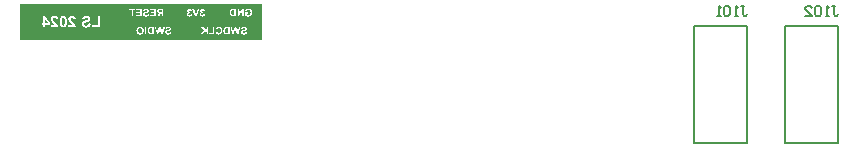
<source format=gbo>
G04*
G04 #@! TF.GenerationSoftware,Altium Limited,Altium Designer,24.7.2 (38)*
G04*
G04 Layer_Color=32896*
%FSLAX44Y44*%
%MOMM*%
G71*
G04*
G04 #@! TF.SameCoordinates,5F2224E1-EEEE-49E5-A837-5A6DF9339696*
G04*
G04*
G04 #@! TF.FilePolarity,Positive*
G04*
G01*
G75*
%ADD12C,0.2000*%
G36*
X1217930Y1236978D02*
Y1221738D01*
X1098550D01*
Y1236978D01*
Y1252222D01*
X1217930D01*
Y1236978D01*
D02*
G37*
G36*
X1098550Y1221740D02*
X1013536D01*
Y1252220D01*
X1098550D01*
Y1221740D01*
D02*
G37*
%LPC*%
G36*
X1167579Y1247863D02*
X1167493D01*
X1167427Y1247854D01*
X1167351Y1247844D01*
X1167265Y1247835D01*
X1167161Y1247816D01*
X1167056Y1247787D01*
X1166819Y1247721D01*
X1166705Y1247673D01*
X1166581Y1247616D01*
X1166458Y1247550D01*
X1166344Y1247474D01*
X1166230Y1247388D01*
X1166125Y1247284D01*
X1166116Y1247274D01*
X1166106Y1247265D01*
X1166087Y1247236D01*
X1166049Y1247198D01*
X1165983Y1247103D01*
X1165897Y1246970D01*
X1165812Y1246818D01*
X1165736Y1246638D01*
X1165688Y1246438D01*
X1165679Y1246334D01*
X1165669Y1246220D01*
Y1246210D01*
Y1246182D01*
X1165679Y1246134D01*
Y1246077D01*
X1165698Y1246011D01*
X1165717Y1245925D01*
X1165745Y1245830D01*
X1165783Y1245735D01*
X1165831Y1245631D01*
X1165897Y1245517D01*
X1165964Y1245403D01*
X1166059Y1245298D01*
X1166163Y1245184D01*
X1166287Y1245070D01*
X1166429Y1244966D01*
X1166591Y1244871D01*
X1166581D01*
X1166562Y1244861D01*
X1166534D01*
X1166496Y1244842D01*
X1166401Y1244814D01*
X1166277Y1244766D01*
X1166135Y1244690D01*
X1165992Y1244595D01*
X1165850Y1244481D01*
X1165717Y1244339D01*
X1165698Y1244320D01*
X1165660Y1244263D01*
X1165612Y1244177D01*
X1165546Y1244063D01*
X1165489Y1243921D01*
X1165432Y1243750D01*
X1165394Y1243569D01*
X1165384Y1243360D01*
Y1243275D01*
X1165394Y1243218D01*
X1165403Y1243142D01*
X1165413Y1243066D01*
X1165432Y1242971D01*
X1165460Y1242866D01*
X1165536Y1242638D01*
X1165584Y1242524D01*
X1165641Y1242401D01*
X1165717Y1242277D01*
X1165802Y1242154D01*
X1165897Y1242040D01*
X1166002Y1241926D01*
X1166011Y1241916D01*
X1166030Y1241897D01*
X1166068Y1241869D01*
X1166116Y1241831D01*
X1166173Y1241793D01*
X1166249Y1241736D01*
X1166334Y1241688D01*
X1166429Y1241631D01*
X1166534Y1241574D01*
X1166648Y1241527D01*
X1166771Y1241470D01*
X1166914Y1241432D01*
X1167056Y1241394D01*
X1167208Y1241365D01*
X1167370Y1241346D01*
X1167541Y1241337D01*
X1167626D01*
X1167683Y1241346D01*
X1167759Y1241356D01*
X1167845Y1241365D01*
X1167940Y1241375D01*
X1168044Y1241403D01*
X1168272Y1241460D01*
X1168510Y1241546D01*
X1168633Y1241603D01*
X1168757Y1241669D01*
X1168871Y1241745D01*
X1168985Y1241831D01*
X1168994Y1241840D01*
X1169013Y1241850D01*
X1169042Y1241878D01*
X1169070Y1241926D01*
X1169118Y1241973D01*
X1169165Y1242030D01*
X1169222Y1242106D01*
X1169279Y1242182D01*
X1169393Y1242372D01*
X1169498Y1242591D01*
X1169583Y1242847D01*
X1169621Y1242990D01*
X1169640Y1243132D01*
X1168453Y1243284D01*
Y1243275D01*
Y1243265D01*
X1168443Y1243208D01*
X1168424Y1243132D01*
X1168396Y1243028D01*
X1168358Y1242914D01*
X1168301Y1242800D01*
X1168234Y1242686D01*
X1168149Y1242591D01*
X1168139Y1242581D01*
X1168101Y1242553D01*
X1168054Y1242515D01*
X1167978Y1242477D01*
X1167892Y1242429D01*
X1167788Y1242391D01*
X1167674Y1242363D01*
X1167550Y1242353D01*
X1167531D01*
X1167484Y1242363D01*
X1167417Y1242372D01*
X1167322Y1242391D01*
X1167218Y1242420D01*
X1167113Y1242477D01*
X1167009Y1242543D01*
X1166904Y1242638D01*
X1166895Y1242648D01*
X1166866Y1242695D01*
X1166819Y1242752D01*
X1166771Y1242838D01*
X1166724Y1242952D01*
X1166676Y1243085D01*
X1166648Y1243237D01*
X1166638Y1243408D01*
Y1243417D01*
Y1243427D01*
Y1243484D01*
X1166648Y1243569D01*
X1166667Y1243674D01*
X1166705Y1243788D01*
X1166743Y1243911D01*
X1166809Y1244035D01*
X1166895Y1244139D01*
X1166904Y1244149D01*
X1166942Y1244187D01*
X1166990Y1244225D01*
X1167066Y1244282D01*
X1167151Y1244329D01*
X1167256Y1244377D01*
X1167370Y1244405D01*
X1167503Y1244415D01*
X1167598D01*
X1167664Y1244405D01*
X1167740Y1244396D01*
X1167835Y1244377D01*
X1167949Y1244348D01*
X1168063Y1244320D01*
X1167930Y1245317D01*
X1167845D01*
X1167759Y1245327D01*
X1167645Y1245336D01*
X1167522Y1245365D01*
X1167389Y1245393D01*
X1167265Y1245450D01*
X1167161Y1245526D01*
X1167151Y1245536D01*
X1167123Y1245564D01*
X1167075Y1245621D01*
X1167028Y1245688D01*
X1166980Y1245773D01*
X1166933Y1245878D01*
X1166904Y1246001D01*
X1166895Y1246134D01*
Y1246153D01*
Y1246191D01*
X1166904Y1246248D01*
X1166923Y1246324D01*
X1166942Y1246400D01*
X1166980Y1246486D01*
X1167028Y1246571D01*
X1167094Y1246647D01*
X1167104Y1246657D01*
X1167132Y1246676D01*
X1167170Y1246714D01*
X1167227Y1246752D01*
X1167303Y1246780D01*
X1167389Y1246818D01*
X1167493Y1246837D01*
X1167607Y1246847D01*
X1167655D01*
X1167721Y1246837D01*
X1167788Y1246818D01*
X1167873Y1246790D01*
X1167968Y1246752D01*
X1168063Y1246704D01*
X1168149Y1246628D01*
X1168158Y1246619D01*
X1168187Y1246590D01*
X1168225Y1246533D01*
X1168263Y1246467D01*
X1168310Y1246381D01*
X1168348Y1246267D01*
X1168386Y1246144D01*
X1168415Y1245992D01*
X1169545Y1246182D01*
Y1246191D01*
X1169536Y1246210D01*
Y1246239D01*
X1169526Y1246277D01*
X1169498Y1246381D01*
X1169460Y1246514D01*
X1169412Y1246666D01*
X1169346Y1246818D01*
X1169279Y1246970D01*
X1169194Y1247113D01*
X1169184Y1247132D01*
X1169146Y1247170D01*
X1169099Y1247236D01*
X1169023Y1247312D01*
X1168928Y1247398D01*
X1168814Y1247493D01*
X1168681Y1247588D01*
X1168529Y1247664D01*
X1168519D01*
X1168510Y1247673D01*
X1168453Y1247692D01*
X1168367Y1247730D01*
X1168253Y1247768D01*
X1168111Y1247797D01*
X1167949Y1247835D01*
X1167769Y1247854D01*
X1167579Y1247863D01*
D02*
G37*
G36*
X1156654D02*
X1156569D01*
X1156502Y1247854D01*
X1156426Y1247844D01*
X1156341Y1247835D01*
X1156236Y1247816D01*
X1156132Y1247787D01*
X1155894Y1247721D01*
X1155780Y1247673D01*
X1155657Y1247616D01*
X1155533Y1247550D01*
X1155419Y1247474D01*
X1155305Y1247388D01*
X1155201Y1247284D01*
X1155191Y1247274D01*
X1155182Y1247265D01*
X1155163Y1247236D01*
X1155125Y1247198D01*
X1155058Y1247103D01*
X1154973Y1246970D01*
X1154887Y1246818D01*
X1154811Y1246638D01*
X1154764Y1246438D01*
X1154754Y1246334D01*
X1154745Y1246220D01*
Y1246210D01*
Y1246182D01*
X1154754Y1246134D01*
Y1246077D01*
X1154773Y1246011D01*
X1154792Y1245925D01*
X1154821Y1245830D01*
X1154859Y1245735D01*
X1154906Y1245631D01*
X1154973Y1245517D01*
X1155039Y1245403D01*
X1155134Y1245298D01*
X1155239Y1245184D01*
X1155362Y1245070D01*
X1155505Y1244966D01*
X1155666Y1244871D01*
X1155657D01*
X1155638Y1244861D01*
X1155609D01*
X1155571Y1244842D01*
X1155476Y1244814D01*
X1155353Y1244766D01*
X1155210Y1244690D01*
X1155068Y1244595D01*
X1154925Y1244481D01*
X1154792Y1244339D01*
X1154773Y1244320D01*
X1154735Y1244263D01*
X1154688Y1244177D01*
X1154621Y1244063D01*
X1154564Y1243921D01*
X1154507Y1243750D01*
X1154469Y1243569D01*
X1154460Y1243360D01*
Y1243275D01*
X1154469Y1243218D01*
X1154479Y1243142D01*
X1154488Y1243066D01*
X1154507Y1242971D01*
X1154536Y1242866D01*
X1154612Y1242638D01*
X1154659Y1242524D01*
X1154716Y1242401D01*
X1154792Y1242277D01*
X1154878Y1242154D01*
X1154973Y1242040D01*
X1155077Y1241926D01*
X1155087Y1241916D01*
X1155106Y1241897D01*
X1155144Y1241869D01*
X1155191Y1241831D01*
X1155248Y1241793D01*
X1155324Y1241736D01*
X1155410Y1241688D01*
X1155505Y1241631D01*
X1155609Y1241574D01*
X1155723Y1241527D01*
X1155847Y1241470D01*
X1155989Y1241432D01*
X1156132Y1241394D01*
X1156284Y1241365D01*
X1156445Y1241346D01*
X1156616Y1241337D01*
X1156702D01*
X1156759Y1241346D01*
X1156835Y1241356D01*
X1156920Y1241365D01*
X1157015Y1241375D01*
X1157120Y1241403D01*
X1157348Y1241460D01*
X1157585Y1241546D01*
X1157709Y1241603D01*
X1157832Y1241669D01*
X1157946Y1241745D01*
X1158060Y1241831D01*
X1158070Y1241840D01*
X1158089Y1241850D01*
X1158117Y1241878D01*
X1158146Y1241926D01*
X1158193Y1241973D01*
X1158241Y1242030D01*
X1158298Y1242106D01*
X1158355Y1242182D01*
X1158469Y1242372D01*
X1158573Y1242591D01*
X1158659Y1242847D01*
X1158697Y1242990D01*
X1158716Y1243132D01*
X1157528Y1243284D01*
Y1243275D01*
Y1243265D01*
X1157519Y1243208D01*
X1157500Y1243132D01*
X1157471Y1243028D01*
X1157433Y1242914D01*
X1157376Y1242800D01*
X1157310Y1242686D01*
X1157224Y1242591D01*
X1157215Y1242581D01*
X1157177Y1242553D01*
X1157129Y1242515D01*
X1157053Y1242477D01*
X1156968Y1242429D01*
X1156863Y1242391D01*
X1156749Y1242363D01*
X1156626Y1242353D01*
X1156607D01*
X1156559Y1242363D01*
X1156493Y1242372D01*
X1156398Y1242391D01*
X1156293Y1242420D01*
X1156189Y1242477D01*
X1156084Y1242543D01*
X1155980Y1242638D01*
X1155970Y1242648D01*
X1155942Y1242695D01*
X1155894Y1242752D01*
X1155847Y1242838D01*
X1155799Y1242952D01*
X1155752Y1243085D01*
X1155723Y1243237D01*
X1155714Y1243408D01*
Y1243417D01*
Y1243427D01*
Y1243484D01*
X1155723Y1243569D01*
X1155742Y1243674D01*
X1155780Y1243788D01*
X1155818Y1243911D01*
X1155885Y1244035D01*
X1155970Y1244139D01*
X1155980Y1244149D01*
X1156018Y1244187D01*
X1156065Y1244225D01*
X1156141Y1244282D01*
X1156227Y1244329D01*
X1156331Y1244377D01*
X1156445Y1244405D01*
X1156578Y1244415D01*
X1156673D01*
X1156740Y1244405D01*
X1156816Y1244396D01*
X1156911Y1244377D01*
X1157025Y1244348D01*
X1157139Y1244320D01*
X1157006Y1245317D01*
X1156920D01*
X1156835Y1245327D01*
X1156721Y1245336D01*
X1156597Y1245365D01*
X1156464Y1245393D01*
X1156341Y1245450D01*
X1156236Y1245526D01*
X1156227Y1245536D01*
X1156198Y1245564D01*
X1156151Y1245621D01*
X1156103Y1245688D01*
X1156056Y1245773D01*
X1156008Y1245878D01*
X1155980Y1246001D01*
X1155970Y1246134D01*
Y1246153D01*
Y1246191D01*
X1155980Y1246248D01*
X1155999Y1246324D01*
X1156018Y1246400D01*
X1156056Y1246486D01*
X1156103Y1246571D01*
X1156170Y1246647D01*
X1156179Y1246657D01*
X1156208Y1246676D01*
X1156246Y1246714D01*
X1156303Y1246752D01*
X1156379Y1246780D01*
X1156464Y1246818D01*
X1156569Y1246837D01*
X1156683Y1246847D01*
X1156730D01*
X1156797Y1246837D01*
X1156863Y1246818D01*
X1156949Y1246790D01*
X1157044Y1246752D01*
X1157139Y1246704D01*
X1157224Y1246628D01*
X1157234Y1246619D01*
X1157262Y1246590D01*
X1157300Y1246533D01*
X1157338Y1246467D01*
X1157386Y1246381D01*
X1157424Y1246267D01*
X1157462Y1246144D01*
X1157490Y1245992D01*
X1158621Y1246182D01*
Y1246191D01*
X1158611Y1246210D01*
Y1246239D01*
X1158602Y1246277D01*
X1158573Y1246381D01*
X1158535Y1246514D01*
X1158488Y1246666D01*
X1158421Y1246818D01*
X1158355Y1246970D01*
X1158269Y1247113D01*
X1158260Y1247132D01*
X1158222Y1247170D01*
X1158174Y1247236D01*
X1158098Y1247312D01*
X1158003Y1247398D01*
X1157889Y1247493D01*
X1157756Y1247588D01*
X1157604Y1247664D01*
X1157595D01*
X1157585Y1247673D01*
X1157528Y1247692D01*
X1157443Y1247730D01*
X1157329Y1247768D01*
X1157186Y1247797D01*
X1157025Y1247835D01*
X1156844Y1247854D01*
X1156654Y1247863D01*
D02*
G37*
G36*
X1202463Y1247797D02*
X1201209D01*
X1198578Y1243512D01*
Y1247797D01*
X1197381D01*
Y1241403D01*
X1198682D01*
X1201266Y1245602D01*
Y1241403D01*
X1202463D01*
Y1247797D01*
D02*
G37*
G36*
X1165004Y1247835D02*
X1163608D01*
X1161993Y1243104D01*
X1160435Y1247835D01*
X1159058D01*
X1161328Y1241441D01*
X1162725D01*
X1165004Y1247835D01*
D02*
G37*
G36*
X1206472Y1247901D02*
X1206358D01*
X1206273Y1247892D01*
X1206178Y1247882D01*
X1206054Y1247873D01*
X1205930Y1247863D01*
X1205788Y1247835D01*
X1205493Y1247778D01*
X1205180Y1247692D01*
X1205028Y1247635D01*
X1204876Y1247569D01*
X1204743Y1247483D01*
X1204610Y1247398D01*
X1204601Y1247388D01*
X1204582Y1247379D01*
X1204544Y1247350D01*
X1204506Y1247303D01*
X1204449Y1247255D01*
X1204392Y1247189D01*
X1204325Y1247122D01*
X1204249Y1247037D01*
X1204183Y1246942D01*
X1204107Y1246837D01*
X1204031Y1246723D01*
X1203964Y1246609D01*
X1203841Y1246334D01*
X1203784Y1246182D01*
X1203746Y1246020D01*
X1205028Y1245783D01*
Y1245792D01*
X1205038Y1245802D01*
X1205057Y1245859D01*
X1205095Y1245944D01*
X1205142Y1246049D01*
X1205218Y1246172D01*
X1205303Y1246296D01*
X1205408Y1246410D01*
X1205541Y1246524D01*
X1205560Y1246533D01*
X1205608Y1246571D01*
X1205684Y1246609D01*
X1205798Y1246666D01*
X1205930Y1246714D01*
X1206092Y1246761D01*
X1206273Y1246790D01*
X1206472Y1246799D01*
X1206557D01*
X1206615Y1246790D01*
X1206681Y1246780D01*
X1206767Y1246771D01*
X1206956Y1246733D01*
X1207175Y1246666D01*
X1207279Y1246628D01*
X1207393Y1246571D01*
X1207507Y1246505D01*
X1207612Y1246438D01*
X1207716Y1246353D01*
X1207811Y1246258D01*
X1207821Y1246248D01*
X1207830Y1246229D01*
X1207859Y1246201D01*
X1207887Y1246163D01*
X1207925Y1246106D01*
X1207963Y1246030D01*
X1208011Y1245954D01*
X1208058Y1245859D01*
X1208106Y1245754D01*
X1208153Y1245640D01*
X1208191Y1245507D01*
X1208229Y1245365D01*
X1208258Y1245213D01*
X1208286Y1245042D01*
X1208296Y1244861D01*
X1208305Y1244671D01*
Y1244662D01*
Y1244624D01*
Y1244567D01*
X1208296Y1244481D01*
X1208286Y1244386D01*
X1208277Y1244282D01*
X1208267Y1244158D01*
X1208239Y1244035D01*
X1208182Y1243750D01*
X1208096Y1243465D01*
X1208039Y1243332D01*
X1207963Y1243199D01*
X1207887Y1243075D01*
X1207802Y1242961D01*
X1207792Y1242952D01*
X1207783Y1242933D01*
X1207754Y1242914D01*
X1207707Y1242876D01*
X1207659Y1242828D01*
X1207602Y1242781D01*
X1207526Y1242733D01*
X1207450Y1242686D01*
X1207355Y1242629D01*
X1207261Y1242581D01*
X1207032Y1242486D01*
X1206909Y1242448D01*
X1206776Y1242429D01*
X1206634Y1242410D01*
X1206481Y1242401D01*
X1206415D01*
X1206329Y1242410D01*
X1206225Y1242420D01*
X1206102Y1242439D01*
X1205968Y1242467D01*
X1205816Y1242505D01*
X1205665Y1242553D01*
X1205655D01*
X1205646Y1242562D01*
X1205598Y1242581D01*
X1205522Y1242619D01*
X1205427Y1242667D01*
X1205313Y1242724D01*
X1205199Y1242790D01*
X1205076Y1242857D01*
X1204961Y1242942D01*
Y1243750D01*
X1206443D01*
Y1244833D01*
X1203660D01*
Y1242287D01*
X1203679Y1242268D01*
X1203736Y1242220D01*
X1203831Y1242144D01*
X1203964Y1242049D01*
X1204126Y1241945D01*
X1204325Y1241831D01*
X1204563Y1241707D01*
X1204838Y1241593D01*
X1204848D01*
X1204876Y1241584D01*
X1204914Y1241565D01*
X1204971Y1241546D01*
X1205038Y1241527D01*
X1205123Y1241498D01*
X1205218Y1241470D01*
X1205322Y1241451D01*
X1205560Y1241394D01*
X1205816Y1241346D01*
X1206102Y1241308D01*
X1206396Y1241299D01*
X1206491D01*
X1206567Y1241308D01*
X1206653D01*
X1206757Y1241318D01*
X1206871Y1241337D01*
X1206994Y1241356D01*
X1207270Y1241403D01*
X1207564Y1241479D01*
X1207859Y1241584D01*
X1208011Y1241641D01*
X1208153Y1241717D01*
X1208163Y1241726D01*
X1208182Y1241736D01*
X1208220Y1241764D01*
X1208277Y1241793D01*
X1208334Y1241840D01*
X1208410Y1241888D01*
X1208571Y1242021D01*
X1208752Y1242192D01*
X1208932Y1242401D01*
X1209113Y1242638D01*
X1209265Y1242914D01*
Y1242923D01*
X1209284Y1242952D01*
X1209303Y1242990D01*
X1209322Y1243056D01*
X1209350Y1243123D01*
X1209379Y1243208D01*
X1209417Y1243313D01*
X1209445Y1243427D01*
X1209483Y1243541D01*
X1209521Y1243674D01*
X1209578Y1243968D01*
X1209616Y1244282D01*
X1209635Y1244614D01*
Y1244709D01*
X1209626Y1244785D01*
Y1244871D01*
X1209616Y1244975D01*
X1209597Y1245089D01*
X1209578Y1245213D01*
X1209531Y1245488D01*
X1209455Y1245783D01*
X1209350Y1246087D01*
X1209293Y1246239D01*
X1209217Y1246381D01*
X1209208Y1246391D01*
X1209198Y1246419D01*
X1209170Y1246457D01*
X1209141Y1246514D01*
X1209094Y1246571D01*
X1209046Y1246647D01*
X1208904Y1246828D01*
X1208733Y1247018D01*
X1208524Y1247217D01*
X1208286Y1247407D01*
X1208001Y1247578D01*
X1207992D01*
X1207973Y1247588D01*
X1207935Y1247607D01*
X1207887Y1247626D01*
X1207830Y1247654D01*
X1207754Y1247683D01*
X1207669Y1247711D01*
X1207574Y1247740D01*
X1207469Y1247768D01*
X1207355Y1247797D01*
X1207232Y1247825D01*
X1207099Y1247854D01*
X1206795Y1247892D01*
X1206472Y1247901D01*
D02*
G37*
G36*
X1134608Y1247806D02*
X1131730D01*
X1131644Y1247797D01*
X1131549D01*
X1131444Y1247787D01*
X1131330D01*
X1131084Y1247759D01*
X1130836Y1247730D01*
X1130609Y1247683D01*
X1130504Y1247654D01*
X1130409Y1247626D01*
X1130400D01*
X1130390Y1247616D01*
X1130333Y1247597D01*
X1130248Y1247550D01*
X1130143Y1247483D01*
X1130020Y1247398D01*
X1129896Y1247293D01*
X1129782Y1247170D01*
X1129668Y1247018D01*
X1129659Y1246999D01*
X1129621Y1246942D01*
X1129573Y1246847D01*
X1129526Y1246733D01*
X1129469Y1246581D01*
X1129431Y1246410D01*
X1129393Y1246220D01*
X1129383Y1246011D01*
Y1246001D01*
Y1245982D01*
Y1245944D01*
X1129393Y1245887D01*
Y1245830D01*
X1129402Y1245754D01*
X1129440Y1245593D01*
X1129488Y1245403D01*
X1129564Y1245203D01*
X1129668Y1245004D01*
X1129735Y1244909D01*
X1129811Y1244814D01*
Y1244804D01*
X1129830Y1244795D01*
X1129858Y1244766D01*
X1129887Y1244738D01*
X1129934Y1244700D01*
X1129991Y1244662D01*
X1130048Y1244614D01*
X1130124Y1244567D01*
X1130210Y1244519D01*
X1130305Y1244472D01*
X1130400Y1244415D01*
X1130514Y1244377D01*
X1130637Y1244329D01*
X1130770Y1244291D01*
X1130912Y1244263D01*
X1131065Y1244234D01*
X1131055D01*
X1131046Y1244225D01*
X1130998Y1244187D01*
X1130922Y1244139D01*
X1130818Y1244073D01*
X1130713Y1243997D01*
X1130599Y1243902D01*
X1130485Y1243797D01*
X1130381Y1243693D01*
X1130371Y1243683D01*
X1130333Y1243636D01*
X1130267Y1243560D01*
X1130181Y1243455D01*
X1130077Y1243313D01*
X1130020Y1243227D01*
X1129953Y1243132D01*
X1129887Y1243028D01*
X1129811Y1242914D01*
X1129735Y1242790D01*
X1129649Y1242657D01*
X1128861Y1241413D01*
X1130409D01*
X1131340Y1242800D01*
X1131349Y1242809D01*
X1131359Y1242828D01*
X1131387Y1242866D01*
X1131416Y1242923D01*
X1131463Y1242980D01*
X1131501Y1243047D01*
X1131606Y1243199D01*
X1131720Y1243360D01*
X1131834Y1243512D01*
X1131938Y1243645D01*
X1131986Y1243702D01*
X1132024Y1243740D01*
X1132033Y1243750D01*
X1132053Y1243769D01*
X1132091Y1243807D01*
X1132138Y1243845D01*
X1132195Y1243892D01*
X1132262Y1243930D01*
X1132337Y1243978D01*
X1132413Y1244006D01*
X1132423D01*
X1132451Y1244016D01*
X1132499Y1244035D01*
X1132566Y1244044D01*
X1132661Y1244063D01*
X1132775Y1244073D01*
X1132907Y1244082D01*
X1133316D01*
Y1241413D01*
X1134608D01*
Y1247806D01*
D02*
G37*
G36*
X1128158D02*
X1123427D01*
Y1246723D01*
X1126866D01*
Y1245308D01*
X1123664D01*
Y1244225D01*
X1126866D01*
Y1242496D01*
X1123303D01*
Y1241413D01*
X1128158D01*
Y1247806D01*
D02*
G37*
G36*
X1116245D02*
X1111514D01*
Y1246723D01*
X1114953D01*
Y1245308D01*
X1111752D01*
Y1244225D01*
X1114953D01*
Y1242496D01*
X1111391D01*
Y1241413D01*
X1116245D01*
Y1247806D01*
D02*
G37*
G36*
X1110745D02*
X1105672D01*
Y1246723D01*
X1107553D01*
Y1241413D01*
X1108845D01*
Y1246723D01*
X1110745D01*
Y1247806D01*
D02*
G37*
G36*
X1196013Y1247797D02*
X1193467D01*
X1193391Y1247787D01*
X1193211Y1247778D01*
X1193021Y1247768D01*
X1192821Y1247749D01*
X1192622Y1247711D01*
X1192451Y1247673D01*
X1192441D01*
X1192422Y1247664D01*
X1192394Y1247654D01*
X1192356Y1247645D01*
X1192251Y1247597D01*
X1192118Y1247531D01*
X1191966Y1247455D01*
X1191805Y1247350D01*
X1191643Y1247227D01*
X1191491Y1247075D01*
X1191482D01*
X1191472Y1247056D01*
X1191425Y1246999D01*
X1191349Y1246913D01*
X1191263Y1246790D01*
X1191159Y1246638D01*
X1191054Y1246457D01*
X1190959Y1246258D01*
X1190874Y1246039D01*
Y1246030D01*
X1190864Y1246011D01*
X1190855Y1245982D01*
X1190845Y1245935D01*
X1190826Y1245868D01*
X1190807Y1245802D01*
X1190788Y1245716D01*
X1190769Y1245621D01*
X1190750Y1245517D01*
X1190731Y1245403D01*
X1190712Y1245279D01*
X1190693Y1245146D01*
X1190674Y1244861D01*
X1190665Y1244538D01*
Y1244405D01*
X1190674Y1244339D01*
Y1244253D01*
X1190684Y1244168D01*
X1190693Y1244073D01*
X1190712Y1243854D01*
X1190750Y1243626D01*
X1190798Y1243389D01*
X1190864Y1243170D01*
Y1243161D01*
X1190874Y1243142D01*
X1190893Y1243104D01*
X1190912Y1243056D01*
X1190931Y1242999D01*
X1190959Y1242933D01*
X1191035Y1242771D01*
X1191140Y1242591D01*
X1191254Y1242401D01*
X1191387Y1242211D01*
X1191548Y1242040D01*
X1191567Y1242030D01*
X1191605Y1241983D01*
X1191681Y1241926D01*
X1191786Y1241859D01*
X1191919Y1241774D01*
X1192071Y1241688D01*
X1192251Y1241612D01*
X1192451Y1241536D01*
X1192470Y1241527D01*
X1192498D01*
X1192527Y1241517D01*
X1192622Y1241498D01*
X1192755Y1241470D01*
X1192916Y1241441D01*
X1193115Y1241422D01*
X1193334Y1241413D01*
X1193590Y1241403D01*
X1196013D01*
Y1247797D01*
D02*
G37*
G36*
X1119978Y1247911D02*
X1119865D01*
X1119779Y1247901D01*
X1119684Y1247892D01*
X1119570Y1247882D01*
X1119437Y1247863D01*
X1119304Y1247844D01*
X1119009Y1247778D01*
X1118715Y1247683D01*
X1118563Y1247626D01*
X1118430Y1247559D01*
X1118297Y1247474D01*
X1118174Y1247379D01*
X1118164Y1247369D01*
X1118145Y1247350D01*
X1118117Y1247322D01*
X1118079Y1247284D01*
X1118031Y1247227D01*
X1117984Y1247160D01*
X1117927Y1247094D01*
X1117860Y1247008D01*
X1117803Y1246904D01*
X1117746Y1246799D01*
X1117699Y1246685D01*
X1117642Y1246562D01*
X1117604Y1246429D01*
X1117566Y1246286D01*
X1117537Y1246134D01*
X1117528Y1245973D01*
X1118820Y1245925D01*
Y1245935D01*
Y1245944D01*
X1118839Y1246001D01*
X1118858Y1246087D01*
X1118896Y1246191D01*
X1118943Y1246315D01*
X1119009Y1246429D01*
X1119085Y1246533D01*
X1119181Y1246628D01*
X1119190Y1246638D01*
X1119228Y1246666D01*
X1119295Y1246695D01*
X1119380Y1246742D01*
X1119494Y1246780D01*
X1119637Y1246809D01*
X1119808Y1246837D01*
X1119997Y1246847D01*
X1120092D01*
X1120188Y1246837D01*
X1120321Y1246818D01*
X1120453Y1246790D01*
X1120605Y1246742D01*
X1120748Y1246685D01*
X1120872Y1246609D01*
X1120881Y1246600D01*
X1120900Y1246581D01*
X1120938Y1246552D01*
X1120966Y1246505D01*
X1121004Y1246448D01*
X1121042Y1246381D01*
X1121061Y1246305D01*
X1121071Y1246210D01*
Y1246201D01*
Y1246172D01*
X1121061Y1246134D01*
X1121042Y1246077D01*
X1121023Y1246020D01*
X1120995Y1245954D01*
X1120947Y1245897D01*
X1120881Y1245830D01*
X1120872Y1245821D01*
X1120834Y1245792D01*
X1120796Y1245773D01*
X1120758Y1245754D01*
X1120710Y1245726D01*
X1120643Y1245697D01*
X1120577Y1245669D01*
X1120491Y1245631D01*
X1120396Y1245593D01*
X1120283Y1245555D01*
X1120159Y1245517D01*
X1120026Y1245479D01*
X1119874Y1245441D01*
X1119703Y1245393D01*
X1119694D01*
X1119665Y1245384D01*
X1119617Y1245374D01*
X1119551Y1245355D01*
X1119475Y1245336D01*
X1119380Y1245308D01*
X1119181Y1245251D01*
X1118953Y1245184D01*
X1118725Y1245108D01*
X1118506Y1245023D01*
X1118402Y1244985D01*
X1118316Y1244937D01*
X1118307D01*
X1118297Y1244928D01*
X1118240Y1244890D01*
X1118155Y1244842D01*
X1118060Y1244766D01*
X1117946Y1244671D01*
X1117822Y1244557D01*
X1117708Y1244434D01*
X1117604Y1244282D01*
X1117594Y1244263D01*
X1117566Y1244206D01*
X1117518Y1244120D01*
X1117471Y1244006D01*
X1117433Y1243854D01*
X1117385Y1243683D01*
X1117357Y1243484D01*
X1117347Y1243265D01*
Y1243170D01*
X1117366Y1243066D01*
X1117385Y1242933D01*
X1117423Y1242771D01*
X1117480Y1242600D01*
X1117556Y1242410D01*
X1117661Y1242230D01*
Y1242220D01*
X1117670Y1242211D01*
X1117718Y1242154D01*
X1117784Y1242068D01*
X1117879Y1241964D01*
X1118003Y1241850D01*
X1118155Y1241726D01*
X1118326Y1241612D01*
X1118525Y1241517D01*
X1118535D01*
X1118554Y1241508D01*
X1118582Y1241498D01*
X1118620Y1241479D01*
X1118677Y1241460D01*
X1118744Y1241441D01*
X1118820Y1241422D01*
X1118905Y1241403D01*
X1119000Y1241384D01*
X1119105Y1241365D01*
X1119342Y1241327D01*
X1119608Y1241299D01*
X1119912Y1241289D01*
X1120026D01*
X1120111Y1241299D01*
X1120216Y1241308D01*
X1120330Y1241318D01*
X1120453Y1241337D01*
X1120596Y1241356D01*
X1120900Y1241422D01*
X1121052Y1241470D01*
X1121204Y1241527D01*
X1121356Y1241593D01*
X1121508Y1241669D01*
X1121641Y1241755D01*
X1121774Y1241850D01*
X1121783Y1241859D01*
X1121802Y1241878D01*
X1121831Y1241907D01*
X1121878Y1241954D01*
X1121926Y1242011D01*
X1121983Y1242087D01*
X1122049Y1242163D01*
X1122116Y1242268D01*
X1122182Y1242372D01*
X1122249Y1242496D01*
X1122306Y1242629D01*
X1122372Y1242771D01*
X1122429Y1242933D01*
X1122477Y1243104D01*
X1122515Y1243284D01*
X1122543Y1243484D01*
X1121290Y1243607D01*
Y1243598D01*
X1121280Y1243579D01*
Y1243550D01*
X1121271Y1243503D01*
X1121242Y1243389D01*
X1121195Y1243256D01*
X1121137Y1243104D01*
X1121052Y1242942D01*
X1120957Y1242800D01*
X1120843Y1242676D01*
X1120824Y1242667D01*
X1120777Y1242629D01*
X1120701Y1242581D01*
X1120596Y1242534D01*
X1120463Y1242477D01*
X1120302Y1242429D01*
X1120111Y1242391D01*
X1119902Y1242382D01*
X1119798D01*
X1119684Y1242391D01*
X1119551Y1242410D01*
X1119399Y1242448D01*
X1119238Y1242486D01*
X1119095Y1242553D01*
X1118962Y1242638D01*
X1118953Y1242648D01*
X1118915Y1242686D01*
X1118858Y1242743D01*
X1118801Y1242819D01*
X1118744Y1242904D01*
X1118687Y1243009D01*
X1118649Y1243132D01*
X1118639Y1243256D01*
Y1243265D01*
Y1243294D01*
X1118649Y1243341D01*
X1118658Y1243389D01*
X1118696Y1243512D01*
X1118725Y1243579D01*
X1118772Y1243645D01*
X1118782Y1243655D01*
X1118801Y1243674D01*
X1118829Y1243702D01*
X1118877Y1243740D01*
X1118943Y1243788D01*
X1119028Y1243826D01*
X1119124Y1243873D01*
X1119238Y1243921D01*
X1119247D01*
X1119285Y1243940D01*
X1119352Y1243959D01*
X1119456Y1243987D01*
X1119513Y1244006D01*
X1119589Y1244025D01*
X1119675Y1244044D01*
X1119770Y1244073D01*
X1119874Y1244101D01*
X1119997Y1244130D01*
X1120130Y1244168D01*
X1120273Y1244206D01*
X1120283D01*
X1120321Y1244215D01*
X1120368Y1244234D01*
X1120444Y1244253D01*
X1120529Y1244272D01*
X1120624Y1244310D01*
X1120729Y1244339D01*
X1120843Y1244377D01*
X1121080Y1244472D01*
X1121318Y1244576D01*
X1121441Y1244633D01*
X1121546Y1244700D01*
X1121641Y1244766D01*
X1121726Y1244833D01*
X1121736Y1244842D01*
X1121755Y1244861D01*
X1121783Y1244890D01*
X1121812Y1244928D01*
X1121859Y1244975D01*
X1121907Y1245042D01*
X1121964Y1245118D01*
X1122011Y1245194D01*
X1122125Y1245384D01*
X1122211Y1245602D01*
X1122249Y1245726D01*
X1122277Y1245849D01*
X1122296Y1245982D01*
X1122306Y1246125D01*
Y1246134D01*
Y1246144D01*
Y1246172D01*
Y1246210D01*
X1122287Y1246305D01*
X1122268Y1246419D01*
X1122239Y1246562D01*
X1122192Y1246714D01*
X1122125Y1246875D01*
X1122030Y1247037D01*
Y1247046D01*
X1122021Y1247056D01*
X1121983Y1247103D01*
X1121916Y1247179D01*
X1121831Y1247274D01*
X1121717Y1247379D01*
X1121584Y1247493D01*
X1121422Y1247597D01*
X1121242Y1247683D01*
X1121233D01*
X1121214Y1247692D01*
X1121185Y1247702D01*
X1121147Y1247721D01*
X1121099Y1247740D01*
X1121033Y1247759D01*
X1120966Y1247778D01*
X1120891Y1247797D01*
X1120701Y1247835D01*
X1120491Y1247873D01*
X1120245Y1247901D01*
X1119978Y1247911D01*
D02*
G37*
G36*
X1172341Y1232566D02*
X1171049D01*
Y1229726D01*
X1168427Y1232566D01*
X1166689D01*
X1169111Y1230068D01*
X1166565Y1226173D01*
X1168237D01*
X1170013Y1229165D01*
X1171049Y1228101D01*
Y1226173D01*
X1172341D01*
Y1232566D01*
D02*
G37*
G36*
X1199747D02*
X1198427D01*
X1197467Y1228168D01*
X1196299Y1232566D01*
X1194769D01*
X1193639Y1228092D01*
X1192660Y1232566D01*
X1191359D01*
X1192907Y1226173D01*
X1194285D01*
X1195558Y1230951D01*
X1196831Y1226173D01*
X1198246D01*
X1199747Y1232566D01*
D02*
G37*
G36*
X1135610D02*
X1134289D01*
X1133330Y1228168D01*
X1132161Y1232566D01*
X1130632D01*
X1129501Y1228092D01*
X1128523Y1232566D01*
X1127222D01*
X1128770Y1226173D01*
X1130147D01*
X1131420Y1230951D01*
X1132693Y1226173D01*
X1134109D01*
X1135610Y1232566D01*
D02*
G37*
G36*
X1181489Y1232671D02*
X1181375D01*
X1181289Y1232661D01*
X1181194Y1232652D01*
X1181080Y1232633D01*
X1180947Y1232614D01*
X1180805Y1232585D01*
X1180662Y1232547D01*
X1180501Y1232500D01*
X1180349Y1232443D01*
X1180187Y1232376D01*
X1180026Y1232291D01*
X1179874Y1232196D01*
X1179722Y1232091D01*
X1179579Y1231968D01*
X1179570D01*
X1179560Y1231949D01*
X1179503Y1231892D01*
X1179427Y1231797D01*
X1179332Y1231673D01*
X1179228Y1231502D01*
X1179114Y1231303D01*
X1179019Y1231065D01*
X1178924Y1230799D01*
X1180197Y1230495D01*
Y1230505D01*
X1180206Y1230514D01*
Y1230543D01*
X1180216Y1230581D01*
X1180254Y1230666D01*
X1180301Y1230780D01*
X1180358Y1230904D01*
X1180444Y1231037D01*
X1180548Y1231160D01*
X1180672Y1231274D01*
X1180691Y1231284D01*
X1180738Y1231322D01*
X1180814Y1231369D01*
X1180919Y1231426D01*
X1181042Y1231474D01*
X1181194Y1231521D01*
X1181365Y1231559D01*
X1181546Y1231569D01*
X1181612D01*
X1181660Y1231559D01*
X1181726Y1231550D01*
X1181793Y1231540D01*
X1181954Y1231502D01*
X1182144Y1231445D01*
X1182334Y1231350D01*
X1182429Y1231293D01*
X1182524Y1231227D01*
X1182619Y1231151D01*
X1182705Y1231056D01*
Y1231046D01*
X1182724Y1231027D01*
X1182743Y1230999D01*
X1182771Y1230961D01*
X1182809Y1230904D01*
X1182847Y1230837D01*
X1182885Y1230752D01*
X1182923Y1230657D01*
X1182961Y1230552D01*
X1182999Y1230429D01*
X1183037Y1230296D01*
X1183075Y1230144D01*
X1183104Y1229982D01*
X1183123Y1229802D01*
X1183132Y1229612D01*
X1183142Y1229403D01*
Y1229393D01*
Y1229346D01*
Y1229289D01*
X1183132Y1229203D01*
Y1229108D01*
X1183123Y1228994D01*
X1183104Y1228871D01*
X1183085Y1228738D01*
X1183037Y1228453D01*
X1182961Y1228168D01*
X1182914Y1228035D01*
X1182857Y1227902D01*
X1182790Y1227788D01*
X1182714Y1227683D01*
X1182705Y1227674D01*
X1182695Y1227664D01*
X1182667Y1227636D01*
X1182638Y1227607D01*
X1182543Y1227522D01*
X1182410Y1227427D01*
X1182239Y1227332D01*
X1182049Y1227246D01*
X1181821Y1227189D01*
X1181707Y1227180D01*
X1181574Y1227170D01*
X1181527D01*
X1181489Y1227180D01*
X1181394Y1227189D01*
X1181270Y1227208D01*
X1181137Y1227246D01*
X1180985Y1227303D01*
X1180833Y1227389D01*
X1180691Y1227493D01*
X1180672Y1227512D01*
X1180634Y1227560D01*
X1180567Y1227636D01*
X1180482Y1227740D01*
X1180396Y1227892D01*
X1180311Y1228063D01*
X1180225Y1228282D01*
X1180159Y1228529D01*
X1178905Y1228139D01*
Y1228130D01*
X1178914Y1228092D01*
X1178933Y1228035D01*
X1178962Y1227968D01*
X1178990Y1227883D01*
X1179038Y1227778D01*
X1179085Y1227664D01*
X1179133Y1227550D01*
X1179266Y1227294D01*
X1179437Y1227037D01*
X1179636Y1226790D01*
X1179750Y1226676D01*
X1179874Y1226572D01*
X1179883Y1226562D01*
X1179902Y1226553D01*
X1179940Y1226524D01*
X1179997Y1226496D01*
X1180054Y1226458D01*
X1180140Y1226410D01*
X1180225Y1226363D01*
X1180330Y1226325D01*
X1180453Y1226277D01*
X1180577Y1226230D01*
X1180719Y1226182D01*
X1180871Y1226144D01*
X1181023Y1226116D01*
X1181194Y1226087D01*
X1181375Y1226078D01*
X1181565Y1226068D01*
X1181622D01*
X1181688Y1226078D01*
X1181774D01*
X1181888Y1226097D01*
X1182011Y1226116D01*
X1182154Y1226144D01*
X1182306Y1226173D01*
X1182467Y1226220D01*
X1182638Y1226277D01*
X1182809Y1226353D01*
X1182980Y1226429D01*
X1183161Y1226534D01*
X1183332Y1226648D01*
X1183493Y1226781D01*
X1183655Y1226933D01*
X1183664Y1226942D01*
X1183693Y1226971D01*
X1183731Y1227018D01*
X1183778Y1227094D01*
X1183845Y1227180D01*
X1183911Y1227284D01*
X1183987Y1227408D01*
X1184063Y1227550D01*
X1184139Y1227712D01*
X1184215Y1227892D01*
X1184282Y1228092D01*
X1184348Y1228301D01*
X1184396Y1228529D01*
X1184434Y1228776D01*
X1184462Y1229032D01*
X1184472Y1229308D01*
Y1229374D01*
X1184462Y1229460D01*
Y1229574D01*
X1184443Y1229707D01*
X1184424Y1229859D01*
X1184405Y1230030D01*
X1184367Y1230220D01*
X1184329Y1230410D01*
X1184272Y1230619D01*
X1184206Y1230818D01*
X1184130Y1231027D01*
X1184035Y1231227D01*
X1183921Y1231426D01*
X1183797Y1231616D01*
X1183655Y1231787D01*
X1183645Y1231797D01*
X1183617Y1231825D01*
X1183569Y1231873D01*
X1183503Y1231930D01*
X1183417Y1231996D01*
X1183322Y1232063D01*
X1183208Y1232148D01*
X1183075Y1232234D01*
X1182923Y1232310D01*
X1182762Y1232395D01*
X1182581Y1232462D01*
X1182391Y1232538D01*
X1182182Y1232585D01*
X1181964Y1232633D01*
X1181736Y1232661D01*
X1181489Y1232671D01*
D02*
G37*
G36*
X1190694Y1232566D02*
X1188148D01*
X1188072Y1232557D01*
X1187892Y1232547D01*
X1187702Y1232538D01*
X1187502Y1232519D01*
X1187303Y1232481D01*
X1187132Y1232443D01*
X1187122D01*
X1187103Y1232433D01*
X1187075Y1232424D01*
X1187037Y1232414D01*
X1186932Y1232367D01*
X1186799Y1232300D01*
X1186647Y1232224D01*
X1186486Y1232120D01*
X1186324Y1231996D01*
X1186172Y1231844D01*
X1186163D01*
X1186153Y1231825D01*
X1186106Y1231768D01*
X1186030Y1231683D01*
X1185944Y1231559D01*
X1185840Y1231407D01*
X1185735Y1231227D01*
X1185640Y1231027D01*
X1185555Y1230809D01*
Y1230799D01*
X1185545Y1230780D01*
X1185536Y1230752D01*
X1185526Y1230704D01*
X1185507Y1230638D01*
X1185488Y1230571D01*
X1185469Y1230486D01*
X1185450Y1230391D01*
X1185431Y1230286D01*
X1185412Y1230172D01*
X1185393Y1230049D01*
X1185374Y1229916D01*
X1185355Y1229631D01*
X1185346Y1229308D01*
Y1229175D01*
X1185355Y1229108D01*
Y1229023D01*
X1185365Y1228937D01*
X1185374Y1228842D01*
X1185393Y1228624D01*
X1185431Y1228396D01*
X1185479Y1228158D01*
X1185545Y1227940D01*
Y1227930D01*
X1185555Y1227911D01*
X1185574Y1227873D01*
X1185593Y1227826D01*
X1185612Y1227769D01*
X1185640Y1227702D01*
X1185716Y1227541D01*
X1185821Y1227360D01*
X1185935Y1227170D01*
X1186068Y1226980D01*
X1186229Y1226809D01*
X1186248Y1226800D01*
X1186286Y1226752D01*
X1186362Y1226695D01*
X1186467Y1226629D01*
X1186600Y1226543D01*
X1186752Y1226458D01*
X1186932Y1226382D01*
X1187132Y1226306D01*
X1187151Y1226296D01*
X1187179D01*
X1187208Y1226287D01*
X1187303Y1226268D01*
X1187436Y1226239D01*
X1187597Y1226211D01*
X1187797Y1226192D01*
X1188015Y1226182D01*
X1188272Y1226173D01*
X1190694D01*
Y1232566D01*
D02*
G37*
G36*
X1177765Y1232509D02*
X1176473D01*
Y1227256D01*
X1173262D01*
Y1226173D01*
X1177765D01*
Y1232509D01*
D02*
G37*
G36*
X1126556Y1232566D02*
X1124011D01*
X1123935Y1232557D01*
X1123754Y1232547D01*
X1123564Y1232538D01*
X1123365Y1232519D01*
X1123165Y1232481D01*
X1122994Y1232443D01*
X1122985D01*
X1122966Y1232433D01*
X1122937Y1232424D01*
X1122899Y1232414D01*
X1122795Y1232367D01*
X1122662Y1232300D01*
X1122510Y1232224D01*
X1122348Y1232120D01*
X1122187Y1231996D01*
X1122035Y1231844D01*
X1122025D01*
X1122016Y1231825D01*
X1121968Y1231768D01*
X1121892Y1231683D01*
X1121807Y1231559D01*
X1121702Y1231407D01*
X1121598Y1231227D01*
X1121503Y1231027D01*
X1121417Y1230809D01*
Y1230799D01*
X1121408Y1230780D01*
X1121398Y1230752D01*
X1121389Y1230704D01*
X1121370Y1230638D01*
X1121351Y1230571D01*
X1121332Y1230486D01*
X1121313Y1230391D01*
X1121294Y1230286D01*
X1121275Y1230172D01*
X1121256Y1230049D01*
X1121237Y1229916D01*
X1121218Y1229631D01*
X1121208Y1229308D01*
Y1229175D01*
X1121218Y1229108D01*
Y1229023D01*
X1121227Y1228937D01*
X1121237Y1228842D01*
X1121256Y1228624D01*
X1121294Y1228396D01*
X1121341Y1228158D01*
X1121408Y1227940D01*
Y1227930D01*
X1121417Y1227911D01*
X1121436Y1227873D01*
X1121455Y1227826D01*
X1121474Y1227769D01*
X1121503Y1227702D01*
X1121579Y1227541D01*
X1121683Y1227360D01*
X1121797Y1227170D01*
X1121930Y1226980D01*
X1122092Y1226809D01*
X1122111Y1226800D01*
X1122149Y1226752D01*
X1122225Y1226695D01*
X1122329Y1226629D01*
X1122462Y1226543D01*
X1122614Y1226458D01*
X1122795Y1226382D01*
X1122994Y1226306D01*
X1123013Y1226296D01*
X1123042D01*
X1123070Y1226287D01*
X1123165Y1226268D01*
X1123298Y1226239D01*
X1123460Y1226211D01*
X1123659Y1226192D01*
X1123878Y1226182D01*
X1124134Y1226173D01*
X1126556D01*
Y1232566D01*
D02*
G37*
G36*
X1120154D02*
X1118862D01*
Y1226173D01*
X1120154D01*
Y1232566D01*
D02*
G37*
G36*
X1114806Y1232671D02*
X1114739D01*
X1114672Y1232661D01*
X1114568D01*
X1114454Y1232642D01*
X1114312Y1232623D01*
X1114159Y1232595D01*
X1113998Y1232557D01*
X1113818Y1232509D01*
X1113637Y1232452D01*
X1113447Y1232386D01*
X1113267Y1232300D01*
X1113077Y1232196D01*
X1112896Y1232082D01*
X1112716Y1231939D01*
X1112554Y1231787D01*
X1112545Y1231778D01*
X1112516Y1231749D01*
X1112478Y1231692D01*
X1112421Y1231626D01*
X1112355Y1231540D01*
X1112279Y1231426D01*
X1112203Y1231303D01*
X1112127Y1231160D01*
X1112051Y1230989D01*
X1111965Y1230809D01*
X1111899Y1230609D01*
X1111832Y1230391D01*
X1111775Y1230163D01*
X1111737Y1229906D01*
X1111709Y1229640D01*
X1111699Y1229355D01*
Y1229289D01*
X1111709Y1229203D01*
Y1229099D01*
X1111728Y1228966D01*
X1111747Y1228823D01*
X1111766Y1228652D01*
X1111804Y1228472D01*
X1111851Y1228282D01*
X1111908Y1228082D01*
X1111975Y1227883D01*
X1112060Y1227683D01*
X1112155Y1227484D01*
X1112269Y1227284D01*
X1112393Y1227104D01*
X1112545Y1226933D01*
X1112554Y1226923D01*
X1112583Y1226895D01*
X1112630Y1226857D01*
X1112697Y1226800D01*
X1112782Y1226733D01*
X1112887Y1226657D01*
X1113001Y1226581D01*
X1113143Y1226505D01*
X1113295Y1226420D01*
X1113466Y1226344D01*
X1113646Y1226268D01*
X1113846Y1226201D01*
X1114064Y1226144D01*
X1114293Y1226106D01*
X1114539Y1226078D01*
X1114796Y1226068D01*
X1114863D01*
X1114929Y1226078D01*
X1115033D01*
X1115147Y1226097D01*
X1115290Y1226116D01*
X1115442Y1226144D01*
X1115613Y1226173D01*
X1115794Y1226220D01*
X1115974Y1226277D01*
X1116164Y1226353D01*
X1116354Y1226429D01*
X1116534Y1226534D01*
X1116715Y1226648D01*
X1116895Y1226781D01*
X1117057Y1226933D01*
X1117066Y1226942D01*
X1117095Y1226971D01*
X1117133Y1227018D01*
X1117190Y1227094D01*
X1117247Y1227180D01*
X1117323Y1227284D01*
X1117399Y1227417D01*
X1117475Y1227560D01*
X1117551Y1227721D01*
X1117627Y1227902D01*
X1117703Y1228092D01*
X1117760Y1228310D01*
X1117817Y1228538D01*
X1117855Y1228785D01*
X1117883Y1229051D01*
X1117893Y1229327D01*
Y1229422D01*
X1117883Y1229488D01*
Y1229574D01*
X1117874Y1229669D01*
X1117864Y1229783D01*
X1117855Y1229897D01*
X1117826Y1230153D01*
X1117769Y1230429D01*
X1117703Y1230704D01*
X1117608Y1230961D01*
Y1230970D01*
X1117598Y1230980D01*
X1117589Y1231008D01*
X1117570Y1231046D01*
X1117522Y1231141D01*
X1117456Y1231255D01*
X1117370Y1231388D01*
X1117266Y1231540D01*
X1117152Y1231692D01*
X1117019Y1231835D01*
X1117000Y1231854D01*
X1116952Y1231901D01*
X1116876Y1231968D01*
X1116772Y1232053D01*
X1116648Y1232148D01*
X1116506Y1232243D01*
X1116354Y1232338D01*
X1116183Y1232414D01*
X1116173D01*
X1116154Y1232424D01*
X1116126Y1232443D01*
X1116078Y1232452D01*
X1116021Y1232471D01*
X1115955Y1232500D01*
X1115869Y1232519D01*
X1115784Y1232547D01*
X1115584Y1232585D01*
X1115347Y1232633D01*
X1115090Y1232661D01*
X1114806Y1232671D01*
D02*
G37*
G36*
X1202853D02*
X1202739D01*
X1202654Y1232661D01*
X1202559Y1232652D01*
X1202445Y1232642D01*
X1202312Y1232623D01*
X1202179Y1232604D01*
X1201885Y1232538D01*
X1201590Y1232443D01*
X1201438Y1232386D01*
X1201305Y1232319D01*
X1201172Y1232234D01*
X1201049Y1232139D01*
X1201039Y1232129D01*
X1201020Y1232110D01*
X1200992Y1232082D01*
X1200954Y1232044D01*
X1200906Y1231987D01*
X1200859Y1231920D01*
X1200801Y1231854D01*
X1200735Y1231768D01*
X1200678Y1231664D01*
X1200621Y1231559D01*
X1200574Y1231445D01*
X1200517Y1231322D01*
X1200479Y1231189D01*
X1200441Y1231046D01*
X1200412Y1230894D01*
X1200403Y1230733D01*
X1201694Y1230685D01*
Y1230695D01*
Y1230704D01*
X1201713Y1230761D01*
X1201732Y1230847D01*
X1201770Y1230951D01*
X1201818Y1231075D01*
X1201885Y1231189D01*
X1201961Y1231293D01*
X1202056Y1231388D01*
X1202065Y1231398D01*
X1202103Y1231426D01*
X1202169Y1231455D01*
X1202255Y1231502D01*
X1202369Y1231540D01*
X1202512Y1231569D01*
X1202682Y1231597D01*
X1202872Y1231607D01*
X1202967D01*
X1203062Y1231597D01*
X1203195Y1231578D01*
X1203328Y1231550D01*
X1203480Y1231502D01*
X1203623Y1231445D01*
X1203746Y1231369D01*
X1203756Y1231360D01*
X1203775Y1231341D01*
X1203813Y1231312D01*
X1203841Y1231265D01*
X1203879Y1231208D01*
X1203917Y1231141D01*
X1203936Y1231065D01*
X1203946Y1230970D01*
Y1230961D01*
Y1230932D01*
X1203936Y1230894D01*
X1203917Y1230837D01*
X1203898Y1230780D01*
X1203870Y1230714D01*
X1203822Y1230657D01*
X1203756Y1230590D01*
X1203746Y1230581D01*
X1203708Y1230552D01*
X1203670Y1230533D01*
X1203632Y1230514D01*
X1203585Y1230486D01*
X1203518Y1230457D01*
X1203452Y1230429D01*
X1203366Y1230391D01*
X1203271Y1230353D01*
X1203157Y1230315D01*
X1203034Y1230277D01*
X1202901Y1230239D01*
X1202749Y1230201D01*
X1202578Y1230153D01*
X1202569D01*
X1202540Y1230144D01*
X1202493Y1230134D01*
X1202426Y1230115D01*
X1202350Y1230096D01*
X1202255Y1230068D01*
X1202056Y1230011D01*
X1201827Y1229944D01*
X1201600Y1229868D01*
X1201381Y1229783D01*
X1201276Y1229745D01*
X1201191Y1229697D01*
X1201181D01*
X1201172Y1229688D01*
X1201115Y1229650D01*
X1201030Y1229602D01*
X1200935Y1229526D01*
X1200820Y1229431D01*
X1200697Y1229317D01*
X1200583Y1229194D01*
X1200479Y1229042D01*
X1200469Y1229023D01*
X1200441Y1228966D01*
X1200393Y1228880D01*
X1200346Y1228766D01*
X1200308Y1228614D01*
X1200260Y1228443D01*
X1200232Y1228244D01*
X1200222Y1228025D01*
Y1227930D01*
X1200241Y1227826D01*
X1200260Y1227693D01*
X1200298Y1227531D01*
X1200355Y1227360D01*
X1200431Y1227170D01*
X1200536Y1226990D01*
Y1226980D01*
X1200545Y1226971D01*
X1200592Y1226914D01*
X1200659Y1226828D01*
X1200754Y1226724D01*
X1200878Y1226610D01*
X1201030Y1226486D01*
X1201200Y1226372D01*
X1201400Y1226277D01*
X1201410D01*
X1201429Y1226268D01*
X1201457Y1226258D01*
X1201495Y1226239D01*
X1201552Y1226220D01*
X1201618Y1226201D01*
X1201694Y1226182D01*
X1201780Y1226163D01*
X1201875Y1226144D01*
X1201980Y1226125D01*
X1202217Y1226087D01*
X1202483Y1226059D01*
X1202787Y1226049D01*
X1202901D01*
X1202986Y1226059D01*
X1203091Y1226068D01*
X1203205Y1226078D01*
X1203328Y1226097D01*
X1203471Y1226116D01*
X1203775Y1226182D01*
X1203927Y1226230D01*
X1204079Y1226287D01*
X1204231Y1226353D01*
X1204383Y1226429D01*
X1204516Y1226515D01*
X1204649Y1226610D01*
X1204658Y1226619D01*
X1204677Y1226638D01*
X1204706Y1226667D01*
X1204753Y1226714D01*
X1204801Y1226771D01*
X1204858Y1226847D01*
X1204924Y1226923D01*
X1204991Y1227028D01*
X1205057Y1227132D01*
X1205124Y1227256D01*
X1205181Y1227389D01*
X1205247Y1227531D01*
X1205304Y1227693D01*
X1205352Y1227864D01*
X1205390Y1228044D01*
X1205418Y1228244D01*
X1204164Y1228367D01*
Y1228358D01*
X1204155Y1228339D01*
Y1228310D01*
X1204145Y1228263D01*
X1204117Y1228149D01*
X1204069Y1228016D01*
X1204012Y1227864D01*
X1203927Y1227702D01*
X1203832Y1227560D01*
X1203718Y1227436D01*
X1203699Y1227427D01*
X1203651Y1227389D01*
X1203575Y1227341D01*
X1203471Y1227294D01*
X1203338Y1227237D01*
X1203176Y1227189D01*
X1202986Y1227151D01*
X1202777Y1227142D01*
X1202673D01*
X1202559Y1227151D01*
X1202426Y1227170D01*
X1202274Y1227208D01*
X1202113Y1227246D01*
X1201970Y1227313D01*
X1201837Y1227398D01*
X1201827Y1227408D01*
X1201789Y1227446D01*
X1201732Y1227503D01*
X1201675Y1227579D01*
X1201618Y1227664D01*
X1201562Y1227769D01*
X1201524Y1227892D01*
X1201514Y1228016D01*
Y1228025D01*
Y1228054D01*
X1201524Y1228101D01*
X1201533Y1228149D01*
X1201571Y1228272D01*
X1201600Y1228339D01*
X1201647Y1228405D01*
X1201656Y1228415D01*
X1201675Y1228434D01*
X1201704Y1228462D01*
X1201751Y1228500D01*
X1201818Y1228548D01*
X1201904Y1228586D01*
X1201999Y1228633D01*
X1202113Y1228681D01*
X1202122D01*
X1202160Y1228700D01*
X1202226Y1228719D01*
X1202331Y1228747D01*
X1202388Y1228766D01*
X1202464Y1228785D01*
X1202550Y1228804D01*
X1202645Y1228833D01*
X1202749Y1228861D01*
X1202872Y1228890D01*
X1203005Y1228928D01*
X1203148Y1228966D01*
X1203157D01*
X1203195Y1228975D01*
X1203243Y1228994D01*
X1203319Y1229013D01*
X1203404Y1229032D01*
X1203499Y1229070D01*
X1203604Y1229099D01*
X1203718Y1229137D01*
X1203955Y1229232D01*
X1204193Y1229336D01*
X1204316Y1229393D01*
X1204421Y1229460D01*
X1204516Y1229526D01*
X1204601Y1229593D01*
X1204611Y1229602D01*
X1204630Y1229621D01*
X1204658Y1229650D01*
X1204687Y1229688D01*
X1204734Y1229735D01*
X1204782Y1229802D01*
X1204839Y1229878D01*
X1204886Y1229954D01*
X1205000Y1230144D01*
X1205086Y1230362D01*
X1205124Y1230486D01*
X1205152Y1230609D01*
X1205171Y1230742D01*
X1205181Y1230885D01*
Y1230894D01*
Y1230904D01*
Y1230932D01*
Y1230970D01*
X1205162Y1231065D01*
X1205143Y1231179D01*
X1205114Y1231322D01*
X1205067Y1231474D01*
X1205000Y1231635D01*
X1204905Y1231797D01*
Y1231806D01*
X1204896Y1231816D01*
X1204858Y1231863D01*
X1204791Y1231939D01*
X1204706Y1232034D01*
X1204592Y1232139D01*
X1204459Y1232253D01*
X1204297Y1232357D01*
X1204117Y1232443D01*
X1204107D01*
X1204088Y1232452D01*
X1204060Y1232462D01*
X1204022Y1232481D01*
X1203974Y1232500D01*
X1203908Y1232519D01*
X1203841Y1232538D01*
X1203765Y1232557D01*
X1203575Y1232595D01*
X1203366Y1232633D01*
X1203119Y1232661D01*
X1202853Y1232671D01*
D02*
G37*
G36*
X1138716D02*
X1138602D01*
X1138516Y1232661D01*
X1138421Y1232652D01*
X1138307Y1232642D01*
X1138175Y1232623D01*
X1138042Y1232604D01*
X1137747Y1232538D01*
X1137452Y1232443D01*
X1137300Y1232386D01*
X1137168Y1232319D01*
X1137035Y1232234D01*
X1136911Y1232139D01*
X1136902Y1232129D01*
X1136883Y1232110D01*
X1136854Y1232082D01*
X1136816Y1232044D01*
X1136769Y1231987D01*
X1136721Y1231920D01*
X1136664Y1231854D01*
X1136598Y1231768D01*
X1136541Y1231664D01*
X1136484Y1231559D01*
X1136436Y1231445D01*
X1136379Y1231322D01*
X1136341Y1231189D01*
X1136303Y1231046D01*
X1136275Y1230894D01*
X1136265Y1230733D01*
X1137557Y1230685D01*
Y1230695D01*
Y1230704D01*
X1137576Y1230761D01*
X1137595Y1230847D01*
X1137633Y1230951D01*
X1137681Y1231075D01*
X1137747Y1231189D01*
X1137823Y1231293D01*
X1137918Y1231388D01*
X1137927Y1231398D01*
X1137965Y1231426D01*
X1138032Y1231455D01*
X1138118Y1231502D01*
X1138232Y1231540D01*
X1138374Y1231569D01*
X1138545Y1231597D01*
X1138735Y1231607D01*
X1138830D01*
X1138925Y1231597D01*
X1139058Y1231578D01*
X1139191Y1231550D01*
X1139343Y1231502D01*
X1139485Y1231445D01*
X1139609Y1231369D01*
X1139618Y1231360D01*
X1139637Y1231341D01*
X1139675Y1231312D01*
X1139704Y1231265D01*
X1139742Y1231208D01*
X1139780Y1231141D01*
X1139799Y1231065D01*
X1139808Y1230970D01*
Y1230961D01*
Y1230932D01*
X1139799Y1230894D01*
X1139780Y1230837D01*
X1139761Y1230780D01*
X1139732Y1230714D01*
X1139685Y1230657D01*
X1139618Y1230590D01*
X1139609Y1230581D01*
X1139571Y1230552D01*
X1139533Y1230533D01*
X1139495Y1230514D01*
X1139447Y1230486D01*
X1139381Y1230457D01*
X1139314Y1230429D01*
X1139229Y1230391D01*
X1139134Y1230353D01*
X1139020Y1230315D01*
X1138896Y1230277D01*
X1138764Y1230239D01*
X1138612Y1230201D01*
X1138440Y1230153D01*
X1138431D01*
X1138402Y1230144D01*
X1138355Y1230134D01*
X1138288Y1230115D01*
X1138213Y1230096D01*
X1138118Y1230068D01*
X1137918Y1230011D01*
X1137690Y1229944D01*
X1137462Y1229868D01*
X1137243Y1229783D01*
X1137139Y1229745D01*
X1137054Y1229697D01*
X1137044D01*
X1137035Y1229688D01*
X1136978Y1229650D01*
X1136892Y1229602D01*
X1136797Y1229526D01*
X1136683Y1229431D01*
X1136560Y1229317D01*
X1136446Y1229194D01*
X1136341Y1229042D01*
X1136332Y1229023D01*
X1136303Y1228966D01*
X1136256Y1228880D01*
X1136208Y1228766D01*
X1136170Y1228614D01*
X1136123Y1228443D01*
X1136094Y1228244D01*
X1136085Y1228025D01*
Y1227930D01*
X1136104Y1227826D01*
X1136123Y1227693D01*
X1136161Y1227531D01*
X1136218Y1227360D01*
X1136294Y1227170D01*
X1136398Y1226990D01*
Y1226980D01*
X1136408Y1226971D01*
X1136455Y1226914D01*
X1136522Y1226828D01*
X1136617Y1226724D01*
X1136740Y1226610D01*
X1136892Y1226486D01*
X1137063Y1226372D01*
X1137262Y1226277D01*
X1137272D01*
X1137291Y1226268D01*
X1137319Y1226258D01*
X1137357Y1226239D01*
X1137414Y1226220D01*
X1137481Y1226201D01*
X1137557Y1226182D01*
X1137643Y1226163D01*
X1137738Y1226144D01*
X1137842Y1226125D01*
X1138080Y1226087D01*
X1138345Y1226059D01*
X1138650Y1226049D01*
X1138764D01*
X1138849Y1226059D01*
X1138953Y1226068D01*
X1139068Y1226078D01*
X1139191Y1226097D01*
X1139333Y1226116D01*
X1139637Y1226182D01*
X1139789Y1226230D01*
X1139941Y1226287D01*
X1140093Y1226353D01*
X1140245Y1226429D01*
X1140378Y1226515D01*
X1140511Y1226610D01*
X1140521Y1226619D01*
X1140540Y1226638D01*
X1140568Y1226667D01*
X1140616Y1226714D01*
X1140663Y1226771D01*
X1140720Y1226847D01*
X1140787Y1226923D01*
X1140853Y1227028D01*
X1140920Y1227132D01*
X1140986Y1227256D01*
X1141043Y1227389D01*
X1141110Y1227531D01*
X1141167Y1227693D01*
X1141214Y1227864D01*
X1141252Y1228044D01*
X1141281Y1228244D01*
X1140027Y1228367D01*
Y1228358D01*
X1140017Y1228339D01*
Y1228310D01*
X1140008Y1228263D01*
X1139979Y1228149D01*
X1139932Y1228016D01*
X1139875Y1227864D01*
X1139789Y1227702D01*
X1139694Y1227560D01*
X1139580Y1227436D01*
X1139561Y1227427D01*
X1139514Y1227389D01*
X1139438Y1227341D01*
X1139333Y1227294D01*
X1139201Y1227237D01*
X1139039Y1227189D01*
X1138849Y1227151D01*
X1138640Y1227142D01*
X1138536D01*
X1138421Y1227151D01*
X1138288Y1227170D01*
X1138137Y1227208D01*
X1137975Y1227246D01*
X1137832Y1227313D01*
X1137700Y1227398D01*
X1137690Y1227408D01*
X1137652Y1227446D01*
X1137595Y1227503D01*
X1137538Y1227579D01*
X1137481Y1227664D01*
X1137424Y1227769D01*
X1137386Y1227892D01*
X1137376Y1228016D01*
Y1228025D01*
Y1228054D01*
X1137386Y1228101D01*
X1137395Y1228149D01*
X1137433Y1228272D01*
X1137462Y1228339D01*
X1137510Y1228405D01*
X1137519Y1228415D01*
X1137538Y1228434D01*
X1137567Y1228462D01*
X1137614Y1228500D01*
X1137681Y1228548D01*
X1137766Y1228586D01*
X1137861Y1228633D01*
X1137975Y1228681D01*
X1137984D01*
X1138023Y1228700D01*
X1138089Y1228719D01*
X1138194Y1228747D01*
X1138251Y1228766D01*
X1138326Y1228785D01*
X1138412Y1228804D01*
X1138507Y1228833D01*
X1138612Y1228861D01*
X1138735Y1228890D01*
X1138868Y1228928D01*
X1139010Y1228966D01*
X1139020D01*
X1139058Y1228975D01*
X1139106Y1228994D01*
X1139182Y1229013D01*
X1139267Y1229032D01*
X1139362Y1229070D01*
X1139466Y1229099D01*
X1139580Y1229137D01*
X1139818Y1229232D01*
X1140055Y1229336D01*
X1140179Y1229393D01*
X1140283Y1229460D01*
X1140378Y1229526D01*
X1140464Y1229593D01*
X1140473Y1229602D01*
X1140492Y1229621D01*
X1140521Y1229650D01*
X1140549Y1229688D01*
X1140597Y1229735D01*
X1140644Y1229802D01*
X1140701Y1229878D01*
X1140749Y1229954D01*
X1140863Y1230144D01*
X1140948Y1230362D01*
X1140986Y1230486D01*
X1141015Y1230609D01*
X1141034Y1230742D01*
X1141043Y1230885D01*
Y1230894D01*
Y1230904D01*
Y1230932D01*
Y1230970D01*
X1141024Y1231065D01*
X1141005Y1231179D01*
X1140977Y1231322D01*
X1140929Y1231474D01*
X1140863Y1231635D01*
X1140768Y1231797D01*
Y1231806D01*
X1140758Y1231816D01*
X1140720Y1231863D01*
X1140654Y1231939D01*
X1140568Y1232034D01*
X1140454Y1232139D01*
X1140321Y1232253D01*
X1140160Y1232357D01*
X1139979Y1232443D01*
X1139970D01*
X1139951Y1232452D01*
X1139922Y1232462D01*
X1139884Y1232481D01*
X1139837Y1232500D01*
X1139770Y1232519D01*
X1139704Y1232538D01*
X1139628Y1232557D01*
X1139438Y1232595D01*
X1139229Y1232633D01*
X1138982Y1232661D01*
X1138716Y1232671D01*
D02*
G37*
%LPD*%
G36*
X1133316Y1245099D02*
X1132062D01*
X1131872Y1245108D01*
X1131682Y1245118D01*
X1131492Y1245127D01*
X1131406Y1245137D01*
X1131330Y1245146D01*
X1131264Y1245165D01*
X1131217Y1245175D01*
X1131207D01*
X1131179Y1245194D01*
X1131131Y1245213D01*
X1131084Y1245241D01*
X1131017Y1245270D01*
X1130960Y1245317D01*
X1130903Y1245374D01*
X1130846Y1245441D01*
X1130836Y1245450D01*
X1130827Y1245479D01*
X1130808Y1245517D01*
X1130780Y1245574D01*
X1130751Y1245650D01*
X1130732Y1245726D01*
X1130723Y1245821D01*
X1130713Y1245925D01*
Y1245944D01*
Y1245982D01*
X1130723Y1246039D01*
X1130732Y1246115D01*
X1130761Y1246191D01*
X1130789Y1246286D01*
X1130836Y1246372D01*
X1130893Y1246448D01*
X1130903Y1246457D01*
X1130922Y1246476D01*
X1130960Y1246514D01*
X1131017Y1246552D01*
X1131084Y1246600D01*
X1131169Y1246638D01*
X1131264Y1246666D01*
X1131378Y1246695D01*
X1131387D01*
X1131416Y1246704D01*
X1131463D01*
X1131549Y1246714D01*
X1131749D01*
X1131834Y1246723D01*
X1133316D01*
Y1245099D01*
D02*
G37*
G36*
X1194721Y1242486D02*
X1193581D01*
X1193467Y1242496D01*
X1193334D01*
X1193211Y1242515D01*
X1193087Y1242524D01*
X1192983Y1242543D01*
X1192973D01*
X1192926Y1242562D01*
X1192869Y1242581D01*
X1192802Y1242610D01*
X1192717Y1242638D01*
X1192631Y1242686D01*
X1192546Y1242743D01*
X1192470Y1242809D01*
X1192460Y1242819D01*
X1192432Y1242847D01*
X1192394Y1242895D01*
X1192346Y1242961D01*
X1192299Y1243047D01*
X1192232Y1243151D01*
X1192185Y1243275D01*
X1192128Y1243427D01*
Y1243436D01*
X1192118Y1243446D01*
Y1243474D01*
X1192109Y1243503D01*
X1192090Y1243598D01*
X1192061Y1243731D01*
X1192033Y1243902D01*
X1192014Y1244101D01*
X1192004Y1244329D01*
X1191995Y1244595D01*
Y1244605D01*
Y1244624D01*
Y1244662D01*
Y1244719D01*
Y1244776D01*
X1192004Y1244852D01*
X1192014Y1245013D01*
X1192023Y1245194D01*
X1192052Y1245384D01*
X1192080Y1245564D01*
X1192128Y1245726D01*
X1192137Y1245745D01*
X1192156Y1245792D01*
X1192185Y1245868D01*
X1192223Y1245954D01*
X1192280Y1246049D01*
X1192337Y1246153D01*
X1192413Y1246258D01*
X1192498Y1246343D01*
X1192508Y1246353D01*
X1192536Y1246381D01*
X1192593Y1246419D01*
X1192660Y1246467D01*
X1192745Y1246514D01*
X1192840Y1246571D01*
X1192954Y1246609D01*
X1193087Y1246647D01*
X1193096D01*
X1193144Y1246657D01*
X1193220Y1246666D01*
X1193325Y1246685D01*
X1193391D01*
X1193467Y1246695D01*
X1193552D01*
X1193648Y1246704D01*
X1193762D01*
X1193876Y1246714D01*
X1194721D01*
Y1242486D01*
D02*
G37*
G36*
X1189402Y1227256D02*
X1188262D01*
X1188148Y1227265D01*
X1188015D01*
X1187892Y1227284D01*
X1187768Y1227294D01*
X1187664Y1227313D01*
X1187654D01*
X1187607Y1227332D01*
X1187550Y1227351D01*
X1187483Y1227379D01*
X1187398Y1227408D01*
X1187312Y1227455D01*
X1187227Y1227512D01*
X1187151Y1227579D01*
X1187141Y1227588D01*
X1187113Y1227617D01*
X1187075Y1227664D01*
X1187027Y1227731D01*
X1186980Y1227816D01*
X1186913Y1227921D01*
X1186866Y1228044D01*
X1186809Y1228196D01*
Y1228206D01*
X1186799Y1228215D01*
Y1228244D01*
X1186790Y1228272D01*
X1186771Y1228367D01*
X1186742Y1228500D01*
X1186714Y1228671D01*
X1186695Y1228871D01*
X1186685Y1229099D01*
X1186676Y1229365D01*
Y1229374D01*
Y1229393D01*
Y1229431D01*
Y1229488D01*
Y1229545D01*
X1186685Y1229621D01*
X1186695Y1229783D01*
X1186704Y1229963D01*
X1186733Y1230153D01*
X1186761Y1230334D01*
X1186809Y1230495D01*
X1186818Y1230514D01*
X1186837Y1230562D01*
X1186866Y1230638D01*
X1186904Y1230723D01*
X1186961Y1230818D01*
X1187018Y1230923D01*
X1187094Y1231027D01*
X1187179Y1231113D01*
X1187189Y1231122D01*
X1187217Y1231151D01*
X1187274Y1231189D01*
X1187341Y1231236D01*
X1187426Y1231284D01*
X1187521Y1231341D01*
X1187635Y1231379D01*
X1187768Y1231417D01*
X1187778D01*
X1187825Y1231426D01*
X1187901Y1231436D01*
X1188006Y1231455D01*
X1188072D01*
X1188148Y1231464D01*
X1188234D01*
X1188329Y1231474D01*
X1188443D01*
X1188557Y1231483D01*
X1189402D01*
Y1227256D01*
D02*
G37*
G36*
X1125265D02*
X1124125D01*
X1124011Y1227265D01*
X1123878D01*
X1123754Y1227284D01*
X1123631Y1227294D01*
X1123526Y1227313D01*
X1123517D01*
X1123469Y1227332D01*
X1123412Y1227351D01*
X1123346Y1227379D01*
X1123260Y1227408D01*
X1123175Y1227455D01*
X1123089Y1227512D01*
X1123013Y1227579D01*
X1123004Y1227588D01*
X1122975Y1227617D01*
X1122937Y1227664D01*
X1122890Y1227731D01*
X1122842Y1227816D01*
X1122776Y1227921D01*
X1122728Y1228044D01*
X1122671Y1228196D01*
Y1228206D01*
X1122662Y1228215D01*
Y1228244D01*
X1122652Y1228272D01*
X1122633Y1228367D01*
X1122605Y1228500D01*
X1122576Y1228671D01*
X1122557Y1228871D01*
X1122548Y1229099D01*
X1122538Y1229365D01*
Y1229374D01*
Y1229393D01*
Y1229431D01*
Y1229488D01*
Y1229545D01*
X1122548Y1229621D01*
X1122557Y1229783D01*
X1122567Y1229963D01*
X1122595Y1230153D01*
X1122624Y1230334D01*
X1122671Y1230495D01*
X1122681Y1230514D01*
X1122700Y1230562D01*
X1122728Y1230638D01*
X1122766Y1230723D01*
X1122823Y1230818D01*
X1122880Y1230923D01*
X1122956Y1231027D01*
X1123042Y1231113D01*
X1123051Y1231122D01*
X1123080Y1231151D01*
X1123137Y1231189D01*
X1123203Y1231236D01*
X1123289Y1231284D01*
X1123384Y1231341D01*
X1123498Y1231379D01*
X1123631Y1231417D01*
X1123640D01*
X1123688Y1231426D01*
X1123764Y1231436D01*
X1123868Y1231455D01*
X1123935D01*
X1124011Y1231464D01*
X1124096D01*
X1124191Y1231474D01*
X1124305D01*
X1124419Y1231483D01*
X1125265D01*
Y1227256D01*
D02*
G37*
G36*
X1114929Y1231559D02*
X1114995Y1231550D01*
X1115071Y1231540D01*
X1115252Y1231502D01*
X1115461Y1231436D01*
X1115565Y1231388D01*
X1115670Y1231341D01*
X1115784Y1231274D01*
X1115888Y1231198D01*
X1115983Y1231113D01*
X1116078Y1231018D01*
X1116088Y1231008D01*
X1116097Y1230989D01*
X1116126Y1230961D01*
X1116154Y1230913D01*
X1116192Y1230856D01*
X1116230Y1230790D01*
X1116278Y1230704D01*
X1116316Y1230609D01*
X1116363Y1230495D01*
X1116411Y1230372D01*
X1116449Y1230239D01*
X1116487Y1230087D01*
X1116515Y1229925D01*
X1116544Y1229754D01*
X1116553Y1229564D01*
X1116563Y1229365D01*
Y1229355D01*
Y1229317D01*
Y1229260D01*
X1116553Y1229184D01*
X1116544Y1229099D01*
X1116534Y1228994D01*
X1116525Y1228880D01*
X1116496Y1228757D01*
X1116439Y1228491D01*
X1116354Y1228215D01*
X1116297Y1228082D01*
X1116230Y1227949D01*
X1116154Y1227835D01*
X1116069Y1227721D01*
X1116059Y1227712D01*
X1116050Y1227702D01*
X1116021Y1227674D01*
X1115974Y1227636D01*
X1115926Y1227598D01*
X1115869Y1227550D01*
X1115803Y1227493D01*
X1115717Y1227446D01*
X1115537Y1227341D01*
X1115319Y1227256D01*
X1115195Y1227218D01*
X1115071Y1227199D01*
X1114939Y1227180D01*
X1114796Y1227170D01*
X1114720D01*
X1114663Y1227180D01*
X1114606Y1227189D01*
X1114530Y1227199D01*
X1114350Y1227237D01*
X1114150Y1227303D01*
X1114045Y1227351D01*
X1113941Y1227408D01*
X1113837Y1227465D01*
X1113732Y1227541D01*
X1113627Y1227626D01*
X1113532Y1227721D01*
X1113523Y1227731D01*
X1113513Y1227750D01*
X1113485Y1227778D01*
X1113456Y1227826D01*
X1113419Y1227883D01*
X1113371Y1227959D01*
X1113324Y1228035D01*
X1113276Y1228139D01*
X1113238Y1228244D01*
X1113191Y1228367D01*
X1113143Y1228510D01*
X1113105Y1228652D01*
X1113077Y1228814D01*
X1113048Y1228994D01*
X1113039Y1229184D01*
X1113029Y1229384D01*
Y1229393D01*
Y1229431D01*
Y1229488D01*
X1113039Y1229564D01*
X1113048Y1229659D01*
X1113058Y1229764D01*
X1113067Y1229878D01*
X1113086Y1230001D01*
X1113143Y1230267D01*
X1113229Y1230543D01*
X1113286Y1230676D01*
X1113352Y1230799D01*
X1113428Y1230923D01*
X1113513Y1231027D01*
X1113523Y1231037D01*
X1113532Y1231046D01*
X1113561Y1231075D01*
X1113599Y1231113D01*
X1113646Y1231151D01*
X1113713Y1231198D01*
X1113780Y1231246D01*
X1113856Y1231303D01*
X1114036Y1231398D01*
X1114255Y1231483D01*
X1114378Y1231521D01*
X1114511Y1231550D01*
X1114653Y1231559D01*
X1114796Y1231569D01*
X1114872D01*
X1114929Y1231559D01*
D02*
G37*
%LPC*%
G36*
X1057399Y1241841D02*
X1057013D01*
X1056928Y1241826D01*
X1056799Y1241812D01*
X1056671Y1241798D01*
X1056514Y1241784D01*
X1056343Y1241741D01*
X1055986Y1241655D01*
X1055615Y1241512D01*
X1055443Y1241427D01*
X1055258Y1241327D01*
X1055086Y1241212D01*
X1054929Y1241070D01*
X1054915Y1241056D01*
X1054887Y1241041D01*
X1054858Y1240998D01*
X1054801Y1240927D01*
X1054744Y1240856D01*
X1054672Y1240770D01*
X1054587Y1240656D01*
X1054515Y1240542D01*
X1054358Y1240270D01*
X1054230Y1239942D01*
X1054173Y1239756D01*
X1054130Y1239571D01*
X1054116Y1239371D01*
X1054101Y1239157D01*
Y1239043D01*
X1054116Y1238929D01*
X1054130Y1238757D01*
X1054159Y1238572D01*
X1054201Y1238372D01*
X1054258Y1238143D01*
X1054344Y1237929D01*
X1054358Y1237901D01*
X1054387Y1237829D01*
X1054444Y1237715D01*
X1054515Y1237558D01*
X1054630Y1237373D01*
X1054758Y1237158D01*
X1054901Y1236944D01*
X1055086Y1236702D01*
X1055101Y1236687D01*
X1055158Y1236616D01*
X1055244Y1236530D01*
X1055358Y1236388D01*
X1055529Y1236216D01*
X1055743Y1236002D01*
X1056000Y1235760D01*
X1056300Y1235474D01*
X1056314Y1235460D01*
X1056343Y1235445D01*
X1056385Y1235403D01*
X1056442Y1235346D01*
X1056585Y1235203D01*
X1056771Y1235046D01*
X1056956Y1234860D01*
X1057142Y1234689D01*
X1057299Y1234532D01*
X1057356Y1234461D01*
X1057413Y1234403D01*
X1057428Y1234389D01*
X1057456Y1234361D01*
X1057499Y1234304D01*
X1057542Y1234246D01*
X1057670Y1234089D01*
X1057784Y1233904D01*
X1054101D01*
Y1232191D01*
X1060568D01*
Y1232234D01*
X1060554Y1232291D01*
X1060539Y1232348D01*
X1060525Y1232433D01*
X1060511Y1232533D01*
X1060454Y1232776D01*
X1060368Y1233062D01*
X1060254Y1233361D01*
X1060111Y1233690D01*
X1059940Y1234018D01*
Y1234032D01*
X1059911Y1234061D01*
X1059883Y1234104D01*
X1059826Y1234175D01*
X1059769Y1234261D01*
X1059697Y1234375D01*
X1059597Y1234489D01*
X1059483Y1234632D01*
X1059355Y1234789D01*
X1059198Y1234960D01*
X1059026Y1235160D01*
X1058841Y1235360D01*
X1058627Y1235588D01*
X1058398Y1235817D01*
X1058141Y1236074D01*
X1057870Y1236330D01*
X1057856Y1236345D01*
X1057813Y1236388D01*
X1057756Y1236445D01*
X1057670Y1236516D01*
X1057570Y1236616D01*
X1057456Y1236716D01*
X1057199Y1236959D01*
X1056942Y1237215D01*
X1056685Y1237487D01*
X1056571Y1237601D01*
X1056471Y1237715D01*
X1056385Y1237815D01*
X1056328Y1237901D01*
X1056314Y1237929D01*
X1056271Y1238001D01*
X1056200Y1238115D01*
X1056128Y1238258D01*
X1056071Y1238429D01*
X1056000Y1238615D01*
X1055957Y1238814D01*
X1055943Y1239028D01*
Y1239043D01*
Y1239057D01*
Y1239128D01*
X1055957Y1239243D01*
X1055986Y1239371D01*
X1056029Y1239528D01*
X1056086Y1239685D01*
X1056171Y1239842D01*
X1056285Y1239971D01*
X1056300Y1239985D01*
X1056343Y1240028D01*
X1056414Y1240085D01*
X1056528Y1240142D01*
X1056657Y1240199D01*
X1056814Y1240256D01*
X1056985Y1240299D01*
X1057199Y1240313D01*
X1057299D01*
X1057399Y1240299D01*
X1057527Y1240270D01*
X1057684Y1240228D01*
X1057841Y1240156D01*
X1057984Y1240070D01*
X1058127Y1239956D01*
X1058141Y1239942D01*
X1058184Y1239885D01*
X1058241Y1239799D01*
X1058298Y1239685D01*
X1058370Y1239528D01*
X1058427Y1239328D01*
X1058484Y1239100D01*
X1058512Y1238814D01*
X1060354Y1238986D01*
Y1239000D01*
X1060340Y1239057D01*
Y1239128D01*
X1060311Y1239228D01*
X1060297Y1239357D01*
X1060254Y1239500D01*
X1060211Y1239657D01*
X1060168Y1239828D01*
X1060040Y1240185D01*
X1059854Y1240556D01*
X1059754Y1240727D01*
X1059626Y1240884D01*
X1059497Y1241041D01*
X1059340Y1241170D01*
X1059326Y1241184D01*
X1059297Y1241198D01*
X1059255Y1241227D01*
X1059183Y1241270D01*
X1059098Y1241327D01*
X1058998Y1241384D01*
X1058869Y1241441D01*
X1058741Y1241512D01*
X1058584Y1241569D01*
X1058427Y1241626D01*
X1058056Y1241741D01*
X1057627Y1241812D01*
X1057399Y1241841D01*
D02*
G37*
G36*
X1042467D02*
X1042082D01*
X1041996Y1241826D01*
X1041868Y1241812D01*
X1041740Y1241798D01*
X1041582Y1241784D01*
X1041411Y1241741D01*
X1041054Y1241655D01*
X1040683Y1241512D01*
X1040512Y1241427D01*
X1040326Y1241327D01*
X1040155Y1241212D01*
X1039998Y1241070D01*
X1039984Y1241056D01*
X1039955Y1241041D01*
X1039927Y1240998D01*
X1039870Y1240927D01*
X1039812Y1240856D01*
X1039741Y1240770D01*
X1039655Y1240656D01*
X1039584Y1240542D01*
X1039427Y1240270D01*
X1039298Y1239942D01*
X1039241Y1239756D01*
X1039199Y1239571D01*
X1039184Y1239371D01*
X1039170Y1239157D01*
Y1239043D01*
X1039184Y1238929D01*
X1039199Y1238757D01*
X1039227Y1238572D01*
X1039270Y1238372D01*
X1039327Y1238143D01*
X1039413Y1237929D01*
X1039427Y1237901D01*
X1039455Y1237829D01*
X1039513Y1237715D01*
X1039584Y1237558D01*
X1039698Y1237373D01*
X1039827Y1237158D01*
X1039969Y1236944D01*
X1040155Y1236702D01*
X1040169Y1236687D01*
X1040226Y1236616D01*
X1040312Y1236530D01*
X1040426Y1236388D01*
X1040598Y1236216D01*
X1040812Y1236002D01*
X1041069Y1235760D01*
X1041368Y1235474D01*
X1041383Y1235460D01*
X1041411Y1235445D01*
X1041454Y1235403D01*
X1041511Y1235346D01*
X1041654Y1235203D01*
X1041839Y1235046D01*
X1042025Y1234860D01*
X1042211Y1234689D01*
X1042368Y1234532D01*
X1042425Y1234461D01*
X1042482Y1234403D01*
X1042496Y1234389D01*
X1042525Y1234361D01*
X1042567Y1234304D01*
X1042610Y1234246D01*
X1042739Y1234089D01*
X1042853Y1233904D01*
X1039170D01*
Y1232191D01*
X1045637D01*
Y1232234D01*
X1045622Y1232291D01*
X1045608Y1232348D01*
X1045594Y1232433D01*
X1045579Y1232533D01*
X1045522Y1232776D01*
X1045437Y1233062D01*
X1045322Y1233361D01*
X1045180Y1233690D01*
X1045008Y1234018D01*
Y1234032D01*
X1044980Y1234061D01*
X1044951Y1234104D01*
X1044894Y1234175D01*
X1044837Y1234261D01*
X1044766Y1234375D01*
X1044666Y1234489D01*
X1044552Y1234632D01*
X1044423Y1234789D01*
X1044266Y1234960D01*
X1044095Y1235160D01*
X1043909Y1235360D01*
X1043695Y1235588D01*
X1043467Y1235817D01*
X1043210Y1236074D01*
X1042939Y1236330D01*
X1042924Y1236345D01*
X1042881Y1236388D01*
X1042824Y1236445D01*
X1042739Y1236516D01*
X1042639Y1236616D01*
X1042525Y1236716D01*
X1042268Y1236959D01*
X1042011Y1237215D01*
X1041754Y1237487D01*
X1041640Y1237601D01*
X1041540Y1237715D01*
X1041454Y1237815D01*
X1041397Y1237901D01*
X1041383Y1237929D01*
X1041340Y1238001D01*
X1041268Y1238115D01*
X1041197Y1238258D01*
X1041140Y1238429D01*
X1041069Y1238615D01*
X1041026Y1238814D01*
X1041012Y1239028D01*
Y1239043D01*
Y1239057D01*
Y1239128D01*
X1041026Y1239243D01*
X1041054Y1239371D01*
X1041097Y1239528D01*
X1041154Y1239685D01*
X1041240Y1239842D01*
X1041354Y1239971D01*
X1041368Y1239985D01*
X1041411Y1240028D01*
X1041482Y1240085D01*
X1041597Y1240142D01*
X1041725Y1240199D01*
X1041882Y1240256D01*
X1042054Y1240299D01*
X1042268Y1240313D01*
X1042368D01*
X1042467Y1240299D01*
X1042596Y1240270D01*
X1042753Y1240228D01*
X1042910Y1240156D01*
X1043053Y1240070D01*
X1043195Y1239956D01*
X1043210Y1239942D01*
X1043253Y1239885D01*
X1043310Y1239799D01*
X1043367Y1239685D01*
X1043438Y1239528D01*
X1043495Y1239328D01*
X1043552Y1239100D01*
X1043581Y1238814D01*
X1045422Y1238986D01*
Y1239000D01*
X1045408Y1239057D01*
Y1239128D01*
X1045380Y1239228D01*
X1045365Y1239357D01*
X1045322Y1239500D01*
X1045280Y1239657D01*
X1045237Y1239828D01*
X1045108Y1240185D01*
X1044923Y1240556D01*
X1044823Y1240727D01*
X1044694Y1240884D01*
X1044566Y1241041D01*
X1044409Y1241170D01*
X1044395Y1241184D01*
X1044366Y1241198D01*
X1044323Y1241227D01*
X1044252Y1241270D01*
X1044166Y1241327D01*
X1044066Y1241384D01*
X1043938Y1241441D01*
X1043809Y1241512D01*
X1043652Y1241569D01*
X1043495Y1241626D01*
X1043124Y1241741D01*
X1042696Y1241812D01*
X1042467Y1241841D01*
D02*
G37*
G36*
X1080738Y1241712D02*
X1078797D01*
Y1233818D01*
X1073972D01*
Y1232191D01*
X1080738D01*
Y1241712D01*
D02*
G37*
G36*
X1034102Y1241841D02*
X1032546D01*
Y1235731D01*
X1031347D01*
Y1234118D01*
X1032546D01*
Y1232191D01*
X1034331D01*
Y1234118D01*
X1038256D01*
Y1235717D01*
X1034102Y1241841D01*
D02*
G37*
G36*
X1049748D02*
X1049619D01*
X1049519Y1241826D01*
X1049405Y1241812D01*
X1049262Y1241784D01*
X1049120Y1241755D01*
X1048948Y1241712D01*
X1048777Y1241669D01*
X1048606Y1241598D01*
X1048420Y1241512D01*
X1048234Y1241427D01*
X1048063Y1241298D01*
X1047878Y1241170D01*
X1047721Y1241013D01*
X1047564Y1240841D01*
X1047549Y1240827D01*
X1047521Y1240784D01*
X1047478Y1240713D01*
X1047421Y1240613D01*
X1047349Y1240484D01*
X1047264Y1240327D01*
X1047178Y1240128D01*
X1047093Y1239913D01*
X1047007Y1239657D01*
X1046921Y1239371D01*
X1046836Y1239043D01*
X1046764Y1238686D01*
X1046707Y1238300D01*
X1046664Y1237886D01*
X1046636Y1237430D01*
X1046621Y1236930D01*
Y1236673D01*
X1046636Y1236488D01*
X1046650Y1236259D01*
X1046679Y1236002D01*
X1046707Y1235717D01*
X1046736Y1235417D01*
X1046850Y1234774D01*
X1046936Y1234446D01*
X1047021Y1234118D01*
X1047135Y1233818D01*
X1047264Y1233518D01*
X1047407Y1233247D01*
X1047578Y1233005D01*
X1047592Y1232990D01*
X1047606Y1232962D01*
X1047663Y1232919D01*
X1047721Y1232847D01*
X1047792Y1232776D01*
X1047892Y1232705D01*
X1048006Y1232605D01*
X1048135Y1232519D01*
X1048277Y1232433D01*
X1048449Y1232348D01*
X1048620Y1232262D01*
X1048820Y1232191D01*
X1049034Y1232119D01*
X1049248Y1232077D01*
X1049491Y1232048D01*
X1049748Y1232034D01*
X1049805D01*
X1049890Y1232048D01*
X1049976D01*
X1050105Y1232062D01*
X1050233Y1232091D01*
X1050390Y1232119D01*
X1050561Y1232162D01*
X1050733Y1232219D01*
X1050918Y1232291D01*
X1051118Y1232376D01*
X1051304Y1232491D01*
X1051489Y1232605D01*
X1051675Y1232747D01*
X1051846Y1232919D01*
X1052017Y1233104D01*
X1052032Y1233119D01*
X1052060Y1233161D01*
X1052103Y1233219D01*
X1052146Y1233318D01*
X1052217Y1233433D01*
X1052289Y1233590D01*
X1052360Y1233775D01*
X1052446Y1233989D01*
X1052531Y1234232D01*
X1052603Y1234518D01*
X1052674Y1234832D01*
X1052745Y1235174D01*
X1052788Y1235560D01*
X1052831Y1235988D01*
X1052860Y1236445D01*
X1052874Y1236944D01*
Y1237201D01*
X1052860Y1237387D01*
X1052845Y1237615D01*
X1052817Y1237872D01*
X1052788Y1238143D01*
X1052760Y1238457D01*
X1052645Y1239085D01*
X1052574Y1239414D01*
X1052474Y1239742D01*
X1052374Y1240056D01*
X1052246Y1240342D01*
X1052103Y1240613D01*
X1051932Y1240856D01*
X1051917Y1240870D01*
X1051889Y1240898D01*
X1051846Y1240941D01*
X1051789Y1241013D01*
X1051703Y1241084D01*
X1051603Y1241170D01*
X1051489Y1241255D01*
X1051361Y1241355D01*
X1051218Y1241441D01*
X1051047Y1241526D01*
X1050875Y1241612D01*
X1050676Y1241684D01*
X1050461Y1241755D01*
X1050247Y1241798D01*
X1050005Y1241826D01*
X1049748Y1241841D01*
D02*
G37*
G36*
X1069247Y1241955D02*
X1069076D01*
X1068947Y1241941D01*
X1068804Y1241926D01*
X1068633Y1241912D01*
X1068433Y1241883D01*
X1068233Y1241855D01*
X1067791Y1241755D01*
X1067348Y1241612D01*
X1067120Y1241526D01*
X1066920Y1241427D01*
X1066720Y1241298D01*
X1066535Y1241155D01*
X1066520Y1241141D01*
X1066492Y1241113D01*
X1066449Y1241070D01*
X1066392Y1241013D01*
X1066321Y1240927D01*
X1066249Y1240827D01*
X1066164Y1240727D01*
X1066064Y1240599D01*
X1065978Y1240442D01*
X1065892Y1240285D01*
X1065821Y1240113D01*
X1065735Y1239928D01*
X1065678Y1239728D01*
X1065621Y1239514D01*
X1065578Y1239285D01*
X1065564Y1239043D01*
X1067505Y1238971D01*
Y1238986D01*
Y1239000D01*
X1067534Y1239085D01*
X1067563Y1239214D01*
X1067620Y1239371D01*
X1067691Y1239557D01*
X1067791Y1239728D01*
X1067905Y1239885D01*
X1068048Y1240028D01*
X1068062Y1240042D01*
X1068119Y1240085D01*
X1068219Y1240128D01*
X1068348Y1240199D01*
X1068519Y1240256D01*
X1068733Y1240299D01*
X1068990Y1240342D01*
X1069276Y1240356D01*
X1069418D01*
X1069561Y1240342D01*
X1069761Y1240313D01*
X1069961Y1240270D01*
X1070189Y1240199D01*
X1070403Y1240113D01*
X1070589Y1239999D01*
X1070603Y1239985D01*
X1070632Y1239956D01*
X1070689Y1239913D01*
X1070732Y1239842D01*
X1070789Y1239756D01*
X1070846Y1239657D01*
X1070874Y1239542D01*
X1070889Y1239400D01*
Y1239385D01*
Y1239342D01*
X1070874Y1239285D01*
X1070846Y1239200D01*
X1070817Y1239114D01*
X1070774Y1239014D01*
X1070703Y1238929D01*
X1070603Y1238829D01*
X1070589Y1238814D01*
X1070532Y1238772D01*
X1070475Y1238743D01*
X1070418Y1238714D01*
X1070346Y1238672D01*
X1070246Y1238629D01*
X1070146Y1238586D01*
X1070018Y1238529D01*
X1069875Y1238472D01*
X1069704Y1238415D01*
X1069518Y1238357D01*
X1069318Y1238300D01*
X1069090Y1238243D01*
X1068833Y1238172D01*
X1068819D01*
X1068776Y1238158D01*
X1068705Y1238143D01*
X1068605Y1238115D01*
X1068491Y1238086D01*
X1068348Y1238044D01*
X1068048Y1237958D01*
X1067705Y1237858D01*
X1067363Y1237744D01*
X1067034Y1237615D01*
X1066877Y1237558D01*
X1066749Y1237487D01*
X1066735D01*
X1066720Y1237473D01*
X1066635Y1237415D01*
X1066506Y1237344D01*
X1066364Y1237230D01*
X1066192Y1237087D01*
X1066007Y1236916D01*
X1065835Y1236730D01*
X1065678Y1236502D01*
X1065664Y1236473D01*
X1065621Y1236388D01*
X1065550Y1236259D01*
X1065479Y1236088D01*
X1065421Y1235859D01*
X1065350Y1235602D01*
X1065307Y1235303D01*
X1065293Y1234974D01*
Y1234832D01*
X1065322Y1234675D01*
X1065350Y1234475D01*
X1065407Y1234232D01*
X1065493Y1233975D01*
X1065607Y1233690D01*
X1065764Y1233418D01*
Y1233404D01*
X1065778Y1233390D01*
X1065850Y1233304D01*
X1065950Y1233176D01*
X1066092Y1233019D01*
X1066278Y1232847D01*
X1066506Y1232662D01*
X1066763Y1232491D01*
X1067063Y1232348D01*
X1067077D01*
X1067106Y1232334D01*
X1067149Y1232319D01*
X1067206Y1232291D01*
X1067291Y1232262D01*
X1067391Y1232234D01*
X1067505Y1232205D01*
X1067634Y1232177D01*
X1067777Y1232148D01*
X1067934Y1232119D01*
X1068291Y1232062D01*
X1068690Y1232020D01*
X1069147Y1232005D01*
X1069318D01*
X1069447Y1232020D01*
X1069604Y1232034D01*
X1069775Y1232048D01*
X1069961Y1232077D01*
X1070175Y1232105D01*
X1070632Y1232205D01*
X1070860Y1232277D01*
X1071088Y1232362D01*
X1071317Y1232462D01*
X1071545Y1232576D01*
X1071745Y1232705D01*
X1071945Y1232847D01*
X1071959Y1232862D01*
X1071988Y1232890D01*
X1072031Y1232933D01*
X1072102Y1233005D01*
X1072173Y1233090D01*
X1072259Y1233204D01*
X1072359Y1233318D01*
X1072459Y1233475D01*
X1072559Y1233633D01*
X1072659Y1233818D01*
X1072744Y1234018D01*
X1072844Y1234232D01*
X1072930Y1234475D01*
X1073001Y1234732D01*
X1073058Y1235003D01*
X1073101Y1235303D01*
X1071217Y1235488D01*
Y1235474D01*
X1071203Y1235445D01*
Y1235403D01*
X1071188Y1235331D01*
X1071146Y1235160D01*
X1071074Y1234960D01*
X1070989Y1234732D01*
X1070860Y1234489D01*
X1070717Y1234275D01*
X1070546Y1234089D01*
X1070518Y1234075D01*
X1070446Y1234018D01*
X1070332Y1233947D01*
X1070175Y1233875D01*
X1069975Y1233790D01*
X1069732Y1233718D01*
X1069447Y1233661D01*
X1069133Y1233647D01*
X1068976D01*
X1068804Y1233661D01*
X1068605Y1233690D01*
X1068376Y1233747D01*
X1068134Y1233804D01*
X1067919Y1233904D01*
X1067720Y1234032D01*
X1067705Y1234046D01*
X1067648Y1234104D01*
X1067563Y1234189D01*
X1067477Y1234304D01*
X1067391Y1234432D01*
X1067306Y1234589D01*
X1067249Y1234774D01*
X1067234Y1234960D01*
Y1234974D01*
Y1235017D01*
X1067249Y1235089D01*
X1067263Y1235160D01*
X1067320Y1235346D01*
X1067363Y1235445D01*
X1067434Y1235545D01*
X1067448Y1235560D01*
X1067477Y1235588D01*
X1067520Y1235631D01*
X1067591Y1235688D01*
X1067691Y1235760D01*
X1067820Y1235817D01*
X1067962Y1235888D01*
X1068134Y1235959D01*
X1068148D01*
X1068205Y1235988D01*
X1068305Y1236016D01*
X1068462Y1236059D01*
X1068548Y1236088D01*
X1068662Y1236116D01*
X1068790Y1236145D01*
X1068933Y1236188D01*
X1069090Y1236231D01*
X1069276Y1236273D01*
X1069475Y1236330D01*
X1069690Y1236388D01*
X1069704D01*
X1069761Y1236402D01*
X1069832Y1236430D01*
X1069947Y1236459D01*
X1070075Y1236488D01*
X1070218Y1236545D01*
X1070375Y1236587D01*
X1070546Y1236645D01*
X1070903Y1236787D01*
X1071260Y1236944D01*
X1071445Y1237030D01*
X1071602Y1237130D01*
X1071745Y1237230D01*
X1071874Y1237330D01*
X1071888Y1237344D01*
X1071916Y1237373D01*
X1071959Y1237415D01*
X1072002Y1237473D01*
X1072073Y1237544D01*
X1072145Y1237644D01*
X1072231Y1237758D01*
X1072302Y1237872D01*
X1072473Y1238158D01*
X1072602Y1238486D01*
X1072659Y1238672D01*
X1072701Y1238857D01*
X1072730Y1239057D01*
X1072744Y1239271D01*
Y1239285D01*
Y1239300D01*
Y1239342D01*
Y1239400D01*
X1072716Y1239542D01*
X1072687Y1239714D01*
X1072644Y1239928D01*
X1072573Y1240156D01*
X1072473Y1240399D01*
X1072330Y1240641D01*
Y1240656D01*
X1072316Y1240670D01*
X1072259Y1240741D01*
X1072159Y1240856D01*
X1072031Y1240998D01*
X1071859Y1241155D01*
X1071659Y1241327D01*
X1071417Y1241484D01*
X1071146Y1241612D01*
X1071131D01*
X1071103Y1241626D01*
X1071060Y1241641D01*
X1071003Y1241669D01*
X1070931Y1241698D01*
X1070832Y1241726D01*
X1070732Y1241755D01*
X1070617Y1241784D01*
X1070332Y1241841D01*
X1070018Y1241898D01*
X1069647Y1241941D01*
X1069247Y1241955D01*
D02*
G37*
%LPD*%
G36*
X1036529Y1235731D02*
X1034331D01*
Y1239000D01*
X1036529Y1235731D01*
D02*
G37*
G36*
X1049876Y1240299D02*
X1049948Y1240285D01*
X1050047Y1240256D01*
X1050147Y1240228D01*
X1050247Y1240170D01*
X1050347Y1240099D01*
X1050361Y1240085D01*
X1050390Y1240056D01*
X1050433Y1239999D01*
X1050490Y1239928D01*
X1050561Y1239814D01*
X1050618Y1239685D01*
X1050690Y1239528D01*
X1050747Y1239328D01*
Y1239314D01*
X1050761Y1239300D01*
Y1239257D01*
X1050775Y1239185D01*
X1050790Y1239114D01*
X1050804Y1239014D01*
X1050818Y1238900D01*
X1050833Y1238757D01*
X1050861Y1238600D01*
X1050875Y1238429D01*
X1050890Y1238229D01*
X1050904Y1238015D01*
X1050918Y1237772D01*
Y1237515D01*
X1050932Y1237230D01*
Y1236930D01*
Y1236916D01*
Y1236859D01*
Y1236773D01*
Y1236659D01*
Y1236516D01*
X1050918Y1236359D01*
Y1236188D01*
Y1236002D01*
X1050890Y1235617D01*
X1050861Y1235231D01*
X1050847Y1235046D01*
X1050833Y1234889D01*
X1050804Y1234732D01*
X1050775Y1234603D01*
X1050761Y1234575D01*
X1050747Y1234503D01*
X1050704Y1234389D01*
X1050661Y1234261D01*
X1050590Y1234118D01*
X1050518Y1233989D01*
X1050433Y1233861D01*
X1050347Y1233761D01*
X1050333Y1233747D01*
X1050304Y1233733D01*
X1050247Y1233704D01*
X1050176Y1233661D01*
X1050090Y1233618D01*
X1049990Y1233590D01*
X1049876Y1233576D01*
X1049748Y1233561D01*
X1049691D01*
X1049633Y1233576D01*
X1049548Y1233590D01*
X1049362Y1233647D01*
X1049262Y1233690D01*
X1049162Y1233761D01*
X1049148Y1233775D01*
X1049120Y1233804D01*
X1049077Y1233861D01*
X1049020Y1233932D01*
X1048948Y1234046D01*
X1048891Y1234175D01*
X1048820Y1234346D01*
X1048763Y1234532D01*
Y1234546D01*
X1048748Y1234560D01*
Y1234603D01*
X1048734Y1234675D01*
X1048720Y1234746D01*
X1048706Y1234846D01*
X1048677Y1234960D01*
X1048663Y1235089D01*
X1048649Y1235246D01*
X1048620Y1235431D01*
X1048606Y1235617D01*
X1048591Y1235845D01*
X1048577Y1236074D01*
Y1236345D01*
X1048563Y1236630D01*
Y1236930D01*
Y1236944D01*
Y1237001D01*
Y1237087D01*
Y1237201D01*
Y1237344D01*
X1048577Y1237501D01*
Y1237672D01*
Y1237858D01*
X1048606Y1238229D01*
X1048634Y1238615D01*
X1048649Y1238800D01*
X1048677Y1238957D01*
X1048706Y1239114D01*
X1048734Y1239243D01*
Y1239257D01*
X1048748Y1239271D01*
X1048763Y1239342D01*
X1048805Y1239457D01*
X1048848Y1239585D01*
X1048920Y1239728D01*
X1048991Y1239871D01*
X1049077Y1239999D01*
X1049162Y1240099D01*
X1049177Y1240113D01*
X1049205Y1240128D01*
X1049262Y1240170D01*
X1049334Y1240213D01*
X1049419Y1240242D01*
X1049519Y1240285D01*
X1049633Y1240299D01*
X1049748Y1240313D01*
X1049805D01*
X1049876Y1240299D01*
D02*
G37*
D12*
X1628800Y1134000D02*
Y1233000D01*
X1583800D02*
X1628800D01*
X1583800Y1134000D02*
Y1233000D01*
Y1134000D02*
X1628800D01*
X1661100Y1134000D02*
Y1233000D01*
Y1134000D02*
X1706100D01*
Y1233000D01*
X1661100D02*
X1706100D01*
X1700786Y1250057D02*
X1703452D01*
X1702119D01*
Y1243393D01*
X1703452Y1242060D01*
X1704785D01*
X1706118Y1243393D01*
X1698121Y1242060D02*
X1695455D01*
X1696788D01*
Y1250057D01*
X1698121Y1248725D01*
X1691456D02*
X1690123Y1250057D01*
X1687457D01*
X1686124Y1248725D01*
Y1243393D01*
X1687457Y1242060D01*
X1690123D01*
X1691456Y1243393D01*
Y1248725D01*
X1678127Y1242060D02*
X1683459D01*
X1678127Y1247392D01*
Y1248725D01*
X1679460Y1250057D01*
X1682126D01*
X1683459Y1248725D01*
X1623570Y1250057D02*
X1626236D01*
X1624903D01*
Y1243393D01*
X1626236Y1242060D01*
X1627569D01*
X1628902Y1243393D01*
X1620905Y1242060D02*
X1618239D01*
X1619572D01*
Y1250057D01*
X1620905Y1248725D01*
X1614240D02*
X1612907Y1250057D01*
X1610241D01*
X1608908Y1248725D01*
Y1243393D01*
X1610241Y1242060D01*
X1612907D01*
X1614240Y1243393D01*
Y1248725D01*
X1606243Y1242060D02*
X1603577D01*
X1604910D01*
Y1250057D01*
X1606243Y1248725D01*
M02*

</source>
